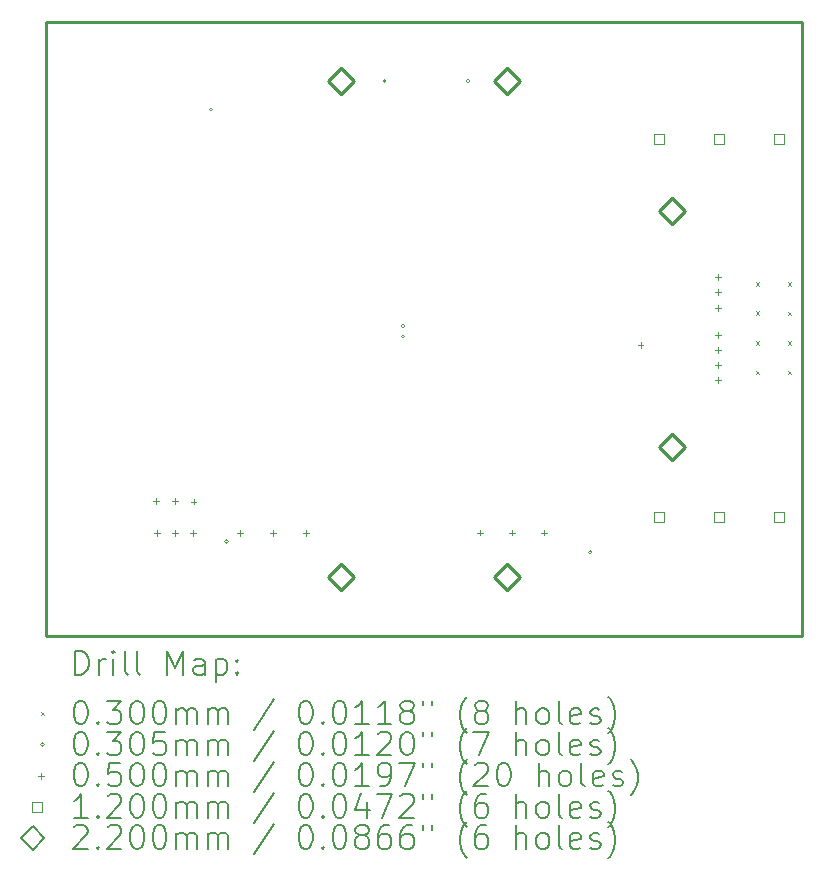
<source format=gbr>
%TF.GenerationSoftware,KiCad,Pcbnew,7.0.10-7.0.10~ubuntu22.04.1*%
%TF.CreationDate,2024-06-11T12:22:07+02:00*%
%TF.ProjectId,PQ_BotBoard,50515f42-6f74-4426-9f61-72642e6b6963,rev?*%
%TF.SameCoordinates,Original*%
%TF.FileFunction,Drillmap*%
%TF.FilePolarity,Positive*%
%FSLAX45Y45*%
G04 Gerber Fmt 4.5, Leading zero omitted, Abs format (unit mm)*
G04 Created by KiCad (PCBNEW 7.0.10-7.0.10~ubuntu22.04.1) date 2024-06-11 12:22:07*
%MOMM*%
%LPD*%
G01*
G04 APERTURE LIST*
%ADD10C,0.254000*%
%ADD11C,0.200000*%
%ADD12C,0.100000*%
%ADD13C,0.120000*%
%ADD14C,0.220000*%
G04 APERTURE END LIST*
D10*
X13400000Y-8300000D02*
X7000000Y-8300000D01*
X13400000Y-3100000D02*
X13400000Y-8300000D01*
X7000000Y-3100000D02*
X13400000Y-3100000D01*
X7000000Y-8300000D02*
X7000000Y-3100000D01*
D11*
D12*
X13010120Y-5300520D02*
X13040120Y-5330520D01*
X13040120Y-5300520D02*
X13010120Y-5330520D01*
X13010120Y-5550520D02*
X13040120Y-5580520D01*
X13040120Y-5550520D02*
X13010120Y-5580520D01*
X13010120Y-5800520D02*
X13040120Y-5830520D01*
X13040120Y-5800520D02*
X13010120Y-5830520D01*
X13010120Y-6050520D02*
X13040120Y-6080520D01*
X13040120Y-6050520D02*
X13010120Y-6080520D01*
X13279360Y-5302680D02*
X13309360Y-5332680D01*
X13309360Y-5302680D02*
X13279360Y-5332680D01*
X13279360Y-5552680D02*
X13309360Y-5582680D01*
X13309360Y-5552680D02*
X13279360Y-5582680D01*
X13279360Y-5802680D02*
X13309360Y-5832680D01*
X13309360Y-5802680D02*
X13279360Y-5832680D01*
X13279360Y-6052680D02*
X13309360Y-6082680D01*
X13309360Y-6052680D02*
X13279360Y-6082680D01*
X8412490Y-3840480D02*
G75*
G03*
X8381990Y-3840480I-15250J0D01*
G01*
X8381990Y-3840480D02*
G75*
G03*
X8412490Y-3840480I15250J0D01*
G01*
X8544570Y-7498080D02*
G75*
G03*
X8514070Y-7498080I-15250J0D01*
G01*
X8514070Y-7498080D02*
G75*
G03*
X8544570Y-7498080I15250J0D01*
G01*
X9880610Y-3599180D02*
G75*
G03*
X9850110Y-3599180I-15250J0D01*
G01*
X9850110Y-3599180D02*
G75*
G03*
X9880610Y-3599180I15250J0D01*
G01*
X10039450Y-5762800D02*
G75*
G03*
X10008950Y-5762800I-15250J0D01*
G01*
X10008950Y-5762800D02*
G75*
G03*
X10039450Y-5762800I15250J0D01*
G01*
X10039550Y-5674700D02*
G75*
G03*
X10009050Y-5674700I-15250J0D01*
G01*
X10009050Y-5674700D02*
G75*
G03*
X10039550Y-5674700I15250J0D01*
G01*
X10586730Y-3599180D02*
G75*
G03*
X10556230Y-3599180I-15250J0D01*
G01*
X10556230Y-3599180D02*
G75*
G03*
X10586730Y-3599180I15250J0D01*
G01*
X11623050Y-7589520D02*
G75*
G03*
X11592550Y-7589520I-15250J0D01*
G01*
X11592550Y-7589520D02*
G75*
G03*
X11623050Y-7589520I15250J0D01*
G01*
X7934960Y-7132720D02*
X7934960Y-7182720D01*
X7909960Y-7157720D02*
X7959960Y-7157720D01*
X7937500Y-7402720D02*
X7937500Y-7452720D01*
X7912500Y-7427720D02*
X7962500Y-7427720D01*
X8094780Y-7132720D02*
X8094780Y-7182720D01*
X8069780Y-7157720D02*
X8119780Y-7157720D01*
X8094780Y-7402720D02*
X8094780Y-7452720D01*
X8069780Y-7427720D02*
X8119780Y-7427720D01*
X8242300Y-7402720D02*
X8242300Y-7452720D01*
X8217300Y-7427720D02*
X8267300Y-7427720D01*
X8249920Y-7134560D02*
X8249920Y-7184560D01*
X8224920Y-7159560D02*
X8274920Y-7159560D01*
X8641080Y-7401960D02*
X8641080Y-7451960D01*
X8616080Y-7426960D02*
X8666080Y-7426960D01*
X8920280Y-7401960D02*
X8920280Y-7451960D01*
X8895280Y-7426960D02*
X8945280Y-7426960D01*
X9205280Y-7401960D02*
X9205280Y-7451960D01*
X9180280Y-7426960D02*
X9230280Y-7426960D01*
X10678160Y-7396880D02*
X10678160Y-7446880D01*
X10653160Y-7421880D02*
X10703160Y-7421880D01*
X10947400Y-7396880D02*
X10947400Y-7446880D01*
X10922400Y-7421880D02*
X10972400Y-7421880D01*
X11216640Y-7396880D02*
X11216640Y-7446880D01*
X11191640Y-7421880D02*
X11241640Y-7421880D01*
X12034520Y-5811920D02*
X12034520Y-5861920D01*
X12009520Y-5836920D02*
X12059520Y-5836920D01*
X12688480Y-5235500D02*
X12688480Y-5285500D01*
X12663480Y-5260500D02*
X12713480Y-5260500D01*
X12688480Y-5362680D02*
X12688480Y-5412680D01*
X12663480Y-5387680D02*
X12713480Y-5387680D01*
X12688480Y-5492680D02*
X12688480Y-5542680D01*
X12663480Y-5517680D02*
X12713480Y-5517680D01*
X12688480Y-5727368D02*
X12688480Y-5777368D01*
X12663480Y-5752368D02*
X12713480Y-5752368D01*
X12688480Y-5852383D02*
X12688480Y-5902383D01*
X12663480Y-5877383D02*
X12713480Y-5877383D01*
X12688480Y-5977200D02*
X12688480Y-6027200D01*
X12663480Y-6002200D02*
X12713480Y-6002200D01*
X12688480Y-6102680D02*
X12688480Y-6152680D01*
X12663480Y-6127680D02*
X12713480Y-6127680D01*
D13*
X12234427Y-4131827D02*
X12234427Y-4046973D01*
X12149573Y-4046973D01*
X12149573Y-4131827D01*
X12234427Y-4131827D01*
X12234427Y-7332387D02*
X12234427Y-7247533D01*
X12149573Y-7247533D01*
X12149573Y-7332387D01*
X12234427Y-7332387D01*
X12742427Y-4131827D02*
X12742427Y-4046973D01*
X12657573Y-4046973D01*
X12657573Y-4131827D01*
X12742427Y-4131827D01*
X12742427Y-7332387D02*
X12742427Y-7247533D01*
X12657573Y-7247533D01*
X12657573Y-7332387D01*
X12742427Y-7332387D01*
X13250427Y-4131827D02*
X13250427Y-4046973D01*
X13165573Y-4046973D01*
X13165573Y-4131827D01*
X13250427Y-4131827D01*
X13250427Y-7332387D02*
X13250427Y-7247533D01*
X13165573Y-7247533D01*
X13165573Y-7332387D01*
X13250427Y-7332387D01*
D14*
X9500000Y-3710000D02*
X9610000Y-3600000D01*
X9500000Y-3490000D01*
X9390000Y-3600000D01*
X9500000Y-3710000D01*
X9500000Y-7910000D02*
X9610000Y-7800000D01*
X9500000Y-7690000D01*
X9390000Y-7800000D01*
X9500000Y-7910000D01*
X10900000Y-3710000D02*
X11010000Y-3600000D01*
X10900000Y-3490000D01*
X10790000Y-3600000D01*
X10900000Y-3710000D01*
X10900000Y-7910000D02*
X11010000Y-7800000D01*
X10900000Y-7690000D01*
X10790000Y-7800000D01*
X10900000Y-7910000D01*
X12300000Y-4810000D02*
X12410000Y-4700000D01*
X12300000Y-4590000D01*
X12190000Y-4700000D01*
X12300000Y-4810000D01*
X12300000Y-6810000D02*
X12410000Y-6700000D01*
X12300000Y-6590000D01*
X12190000Y-6700000D01*
X12300000Y-6810000D01*
D11*
X7248077Y-8624184D02*
X7248077Y-8424184D01*
X7248077Y-8424184D02*
X7295696Y-8424184D01*
X7295696Y-8424184D02*
X7324267Y-8433708D01*
X7324267Y-8433708D02*
X7343315Y-8452755D01*
X7343315Y-8452755D02*
X7352839Y-8471803D01*
X7352839Y-8471803D02*
X7362362Y-8509898D01*
X7362362Y-8509898D02*
X7362362Y-8538470D01*
X7362362Y-8538470D02*
X7352839Y-8576565D01*
X7352839Y-8576565D02*
X7343315Y-8595612D01*
X7343315Y-8595612D02*
X7324267Y-8614660D01*
X7324267Y-8614660D02*
X7295696Y-8624184D01*
X7295696Y-8624184D02*
X7248077Y-8624184D01*
X7448077Y-8624184D02*
X7448077Y-8490850D01*
X7448077Y-8528946D02*
X7457601Y-8509898D01*
X7457601Y-8509898D02*
X7467124Y-8500374D01*
X7467124Y-8500374D02*
X7486172Y-8490850D01*
X7486172Y-8490850D02*
X7505220Y-8490850D01*
X7571886Y-8624184D02*
X7571886Y-8490850D01*
X7571886Y-8424184D02*
X7562362Y-8433708D01*
X7562362Y-8433708D02*
X7571886Y-8443231D01*
X7571886Y-8443231D02*
X7581410Y-8433708D01*
X7581410Y-8433708D02*
X7571886Y-8424184D01*
X7571886Y-8424184D02*
X7571886Y-8443231D01*
X7695696Y-8624184D02*
X7676648Y-8614660D01*
X7676648Y-8614660D02*
X7667124Y-8595612D01*
X7667124Y-8595612D02*
X7667124Y-8424184D01*
X7800458Y-8624184D02*
X7781410Y-8614660D01*
X7781410Y-8614660D02*
X7771886Y-8595612D01*
X7771886Y-8595612D02*
X7771886Y-8424184D01*
X8029029Y-8624184D02*
X8029029Y-8424184D01*
X8029029Y-8424184D02*
X8095696Y-8567041D01*
X8095696Y-8567041D02*
X8162362Y-8424184D01*
X8162362Y-8424184D02*
X8162362Y-8624184D01*
X8343315Y-8624184D02*
X8343315Y-8519422D01*
X8343315Y-8519422D02*
X8333791Y-8500374D01*
X8333791Y-8500374D02*
X8314743Y-8490850D01*
X8314743Y-8490850D02*
X8276648Y-8490850D01*
X8276648Y-8490850D02*
X8257601Y-8500374D01*
X8343315Y-8614660D02*
X8324267Y-8624184D01*
X8324267Y-8624184D02*
X8276648Y-8624184D01*
X8276648Y-8624184D02*
X8257601Y-8614660D01*
X8257601Y-8614660D02*
X8248077Y-8595612D01*
X8248077Y-8595612D02*
X8248077Y-8576565D01*
X8248077Y-8576565D02*
X8257601Y-8557517D01*
X8257601Y-8557517D02*
X8276648Y-8547993D01*
X8276648Y-8547993D02*
X8324267Y-8547993D01*
X8324267Y-8547993D02*
X8343315Y-8538470D01*
X8438553Y-8490850D02*
X8438553Y-8690850D01*
X8438553Y-8500374D02*
X8457601Y-8490850D01*
X8457601Y-8490850D02*
X8495696Y-8490850D01*
X8495696Y-8490850D02*
X8514744Y-8500374D01*
X8514744Y-8500374D02*
X8524267Y-8509898D01*
X8524267Y-8509898D02*
X8533791Y-8528946D01*
X8533791Y-8528946D02*
X8533791Y-8586089D01*
X8533791Y-8586089D02*
X8524267Y-8605136D01*
X8524267Y-8605136D02*
X8514744Y-8614660D01*
X8514744Y-8614660D02*
X8495696Y-8624184D01*
X8495696Y-8624184D02*
X8457601Y-8624184D01*
X8457601Y-8624184D02*
X8438553Y-8614660D01*
X8619505Y-8605136D02*
X8629029Y-8614660D01*
X8629029Y-8614660D02*
X8619505Y-8624184D01*
X8619505Y-8624184D02*
X8609982Y-8614660D01*
X8609982Y-8614660D02*
X8619505Y-8605136D01*
X8619505Y-8605136D02*
X8619505Y-8624184D01*
X8619505Y-8500374D02*
X8629029Y-8509898D01*
X8629029Y-8509898D02*
X8619505Y-8519422D01*
X8619505Y-8519422D02*
X8609982Y-8509898D01*
X8609982Y-8509898D02*
X8619505Y-8500374D01*
X8619505Y-8500374D02*
X8619505Y-8519422D01*
D12*
X6957300Y-8937700D02*
X6987300Y-8967700D01*
X6987300Y-8937700D02*
X6957300Y-8967700D01*
D11*
X7286172Y-8844184D02*
X7305220Y-8844184D01*
X7305220Y-8844184D02*
X7324267Y-8853708D01*
X7324267Y-8853708D02*
X7333791Y-8863231D01*
X7333791Y-8863231D02*
X7343315Y-8882279D01*
X7343315Y-8882279D02*
X7352839Y-8920374D01*
X7352839Y-8920374D02*
X7352839Y-8967993D01*
X7352839Y-8967993D02*
X7343315Y-9006089D01*
X7343315Y-9006089D02*
X7333791Y-9025136D01*
X7333791Y-9025136D02*
X7324267Y-9034660D01*
X7324267Y-9034660D02*
X7305220Y-9044184D01*
X7305220Y-9044184D02*
X7286172Y-9044184D01*
X7286172Y-9044184D02*
X7267124Y-9034660D01*
X7267124Y-9034660D02*
X7257601Y-9025136D01*
X7257601Y-9025136D02*
X7248077Y-9006089D01*
X7248077Y-9006089D02*
X7238553Y-8967993D01*
X7238553Y-8967993D02*
X7238553Y-8920374D01*
X7238553Y-8920374D02*
X7248077Y-8882279D01*
X7248077Y-8882279D02*
X7257601Y-8863231D01*
X7257601Y-8863231D02*
X7267124Y-8853708D01*
X7267124Y-8853708D02*
X7286172Y-8844184D01*
X7438553Y-9025136D02*
X7448077Y-9034660D01*
X7448077Y-9034660D02*
X7438553Y-9044184D01*
X7438553Y-9044184D02*
X7429029Y-9034660D01*
X7429029Y-9034660D02*
X7438553Y-9025136D01*
X7438553Y-9025136D02*
X7438553Y-9044184D01*
X7514743Y-8844184D02*
X7638553Y-8844184D01*
X7638553Y-8844184D02*
X7571886Y-8920374D01*
X7571886Y-8920374D02*
X7600458Y-8920374D01*
X7600458Y-8920374D02*
X7619505Y-8929898D01*
X7619505Y-8929898D02*
X7629029Y-8939422D01*
X7629029Y-8939422D02*
X7638553Y-8958470D01*
X7638553Y-8958470D02*
X7638553Y-9006089D01*
X7638553Y-9006089D02*
X7629029Y-9025136D01*
X7629029Y-9025136D02*
X7619505Y-9034660D01*
X7619505Y-9034660D02*
X7600458Y-9044184D01*
X7600458Y-9044184D02*
X7543315Y-9044184D01*
X7543315Y-9044184D02*
X7524267Y-9034660D01*
X7524267Y-9034660D02*
X7514743Y-9025136D01*
X7762362Y-8844184D02*
X7781410Y-8844184D01*
X7781410Y-8844184D02*
X7800458Y-8853708D01*
X7800458Y-8853708D02*
X7809982Y-8863231D01*
X7809982Y-8863231D02*
X7819505Y-8882279D01*
X7819505Y-8882279D02*
X7829029Y-8920374D01*
X7829029Y-8920374D02*
X7829029Y-8967993D01*
X7829029Y-8967993D02*
X7819505Y-9006089D01*
X7819505Y-9006089D02*
X7809982Y-9025136D01*
X7809982Y-9025136D02*
X7800458Y-9034660D01*
X7800458Y-9034660D02*
X7781410Y-9044184D01*
X7781410Y-9044184D02*
X7762362Y-9044184D01*
X7762362Y-9044184D02*
X7743315Y-9034660D01*
X7743315Y-9034660D02*
X7733791Y-9025136D01*
X7733791Y-9025136D02*
X7724267Y-9006089D01*
X7724267Y-9006089D02*
X7714743Y-8967993D01*
X7714743Y-8967993D02*
X7714743Y-8920374D01*
X7714743Y-8920374D02*
X7724267Y-8882279D01*
X7724267Y-8882279D02*
X7733791Y-8863231D01*
X7733791Y-8863231D02*
X7743315Y-8853708D01*
X7743315Y-8853708D02*
X7762362Y-8844184D01*
X7952839Y-8844184D02*
X7971886Y-8844184D01*
X7971886Y-8844184D02*
X7990934Y-8853708D01*
X7990934Y-8853708D02*
X8000458Y-8863231D01*
X8000458Y-8863231D02*
X8009982Y-8882279D01*
X8009982Y-8882279D02*
X8019505Y-8920374D01*
X8019505Y-8920374D02*
X8019505Y-8967993D01*
X8019505Y-8967993D02*
X8009982Y-9006089D01*
X8009982Y-9006089D02*
X8000458Y-9025136D01*
X8000458Y-9025136D02*
X7990934Y-9034660D01*
X7990934Y-9034660D02*
X7971886Y-9044184D01*
X7971886Y-9044184D02*
X7952839Y-9044184D01*
X7952839Y-9044184D02*
X7933791Y-9034660D01*
X7933791Y-9034660D02*
X7924267Y-9025136D01*
X7924267Y-9025136D02*
X7914743Y-9006089D01*
X7914743Y-9006089D02*
X7905220Y-8967993D01*
X7905220Y-8967993D02*
X7905220Y-8920374D01*
X7905220Y-8920374D02*
X7914743Y-8882279D01*
X7914743Y-8882279D02*
X7924267Y-8863231D01*
X7924267Y-8863231D02*
X7933791Y-8853708D01*
X7933791Y-8853708D02*
X7952839Y-8844184D01*
X8105220Y-9044184D02*
X8105220Y-8910850D01*
X8105220Y-8929898D02*
X8114743Y-8920374D01*
X8114743Y-8920374D02*
X8133791Y-8910850D01*
X8133791Y-8910850D02*
X8162363Y-8910850D01*
X8162363Y-8910850D02*
X8181410Y-8920374D01*
X8181410Y-8920374D02*
X8190934Y-8939422D01*
X8190934Y-8939422D02*
X8190934Y-9044184D01*
X8190934Y-8939422D02*
X8200458Y-8920374D01*
X8200458Y-8920374D02*
X8219505Y-8910850D01*
X8219505Y-8910850D02*
X8248077Y-8910850D01*
X8248077Y-8910850D02*
X8267124Y-8920374D01*
X8267124Y-8920374D02*
X8276648Y-8939422D01*
X8276648Y-8939422D02*
X8276648Y-9044184D01*
X8371886Y-9044184D02*
X8371886Y-8910850D01*
X8371886Y-8929898D02*
X8381410Y-8920374D01*
X8381410Y-8920374D02*
X8400458Y-8910850D01*
X8400458Y-8910850D02*
X8429029Y-8910850D01*
X8429029Y-8910850D02*
X8448077Y-8920374D01*
X8448077Y-8920374D02*
X8457601Y-8939422D01*
X8457601Y-8939422D02*
X8457601Y-9044184D01*
X8457601Y-8939422D02*
X8467125Y-8920374D01*
X8467125Y-8920374D02*
X8486172Y-8910850D01*
X8486172Y-8910850D02*
X8514744Y-8910850D01*
X8514744Y-8910850D02*
X8533791Y-8920374D01*
X8533791Y-8920374D02*
X8543315Y-8939422D01*
X8543315Y-8939422D02*
X8543315Y-9044184D01*
X8933791Y-8834660D02*
X8762363Y-9091803D01*
X9190934Y-8844184D02*
X9209982Y-8844184D01*
X9209982Y-8844184D02*
X9229029Y-8853708D01*
X9229029Y-8853708D02*
X9238553Y-8863231D01*
X9238553Y-8863231D02*
X9248077Y-8882279D01*
X9248077Y-8882279D02*
X9257601Y-8920374D01*
X9257601Y-8920374D02*
X9257601Y-8967993D01*
X9257601Y-8967993D02*
X9248077Y-9006089D01*
X9248077Y-9006089D02*
X9238553Y-9025136D01*
X9238553Y-9025136D02*
X9229029Y-9034660D01*
X9229029Y-9034660D02*
X9209982Y-9044184D01*
X9209982Y-9044184D02*
X9190934Y-9044184D01*
X9190934Y-9044184D02*
X9171887Y-9034660D01*
X9171887Y-9034660D02*
X9162363Y-9025136D01*
X9162363Y-9025136D02*
X9152839Y-9006089D01*
X9152839Y-9006089D02*
X9143315Y-8967993D01*
X9143315Y-8967993D02*
X9143315Y-8920374D01*
X9143315Y-8920374D02*
X9152839Y-8882279D01*
X9152839Y-8882279D02*
X9162363Y-8863231D01*
X9162363Y-8863231D02*
X9171887Y-8853708D01*
X9171887Y-8853708D02*
X9190934Y-8844184D01*
X9343315Y-9025136D02*
X9352839Y-9034660D01*
X9352839Y-9034660D02*
X9343315Y-9044184D01*
X9343315Y-9044184D02*
X9333791Y-9034660D01*
X9333791Y-9034660D02*
X9343315Y-9025136D01*
X9343315Y-9025136D02*
X9343315Y-9044184D01*
X9476648Y-8844184D02*
X9495696Y-8844184D01*
X9495696Y-8844184D02*
X9514744Y-8853708D01*
X9514744Y-8853708D02*
X9524268Y-8863231D01*
X9524268Y-8863231D02*
X9533791Y-8882279D01*
X9533791Y-8882279D02*
X9543315Y-8920374D01*
X9543315Y-8920374D02*
X9543315Y-8967993D01*
X9543315Y-8967993D02*
X9533791Y-9006089D01*
X9533791Y-9006089D02*
X9524268Y-9025136D01*
X9524268Y-9025136D02*
X9514744Y-9034660D01*
X9514744Y-9034660D02*
X9495696Y-9044184D01*
X9495696Y-9044184D02*
X9476648Y-9044184D01*
X9476648Y-9044184D02*
X9457601Y-9034660D01*
X9457601Y-9034660D02*
X9448077Y-9025136D01*
X9448077Y-9025136D02*
X9438553Y-9006089D01*
X9438553Y-9006089D02*
X9429029Y-8967993D01*
X9429029Y-8967993D02*
X9429029Y-8920374D01*
X9429029Y-8920374D02*
X9438553Y-8882279D01*
X9438553Y-8882279D02*
X9448077Y-8863231D01*
X9448077Y-8863231D02*
X9457601Y-8853708D01*
X9457601Y-8853708D02*
X9476648Y-8844184D01*
X9733791Y-9044184D02*
X9619506Y-9044184D01*
X9676648Y-9044184D02*
X9676648Y-8844184D01*
X9676648Y-8844184D02*
X9657601Y-8872755D01*
X9657601Y-8872755D02*
X9638553Y-8891803D01*
X9638553Y-8891803D02*
X9619506Y-8901327D01*
X9924268Y-9044184D02*
X9809982Y-9044184D01*
X9867125Y-9044184D02*
X9867125Y-8844184D01*
X9867125Y-8844184D02*
X9848077Y-8872755D01*
X9848077Y-8872755D02*
X9829029Y-8891803D01*
X9829029Y-8891803D02*
X9809982Y-8901327D01*
X10038553Y-8929898D02*
X10019506Y-8920374D01*
X10019506Y-8920374D02*
X10009982Y-8910850D01*
X10009982Y-8910850D02*
X10000458Y-8891803D01*
X10000458Y-8891803D02*
X10000458Y-8882279D01*
X10000458Y-8882279D02*
X10009982Y-8863231D01*
X10009982Y-8863231D02*
X10019506Y-8853708D01*
X10019506Y-8853708D02*
X10038553Y-8844184D01*
X10038553Y-8844184D02*
X10076649Y-8844184D01*
X10076649Y-8844184D02*
X10095696Y-8853708D01*
X10095696Y-8853708D02*
X10105220Y-8863231D01*
X10105220Y-8863231D02*
X10114744Y-8882279D01*
X10114744Y-8882279D02*
X10114744Y-8891803D01*
X10114744Y-8891803D02*
X10105220Y-8910850D01*
X10105220Y-8910850D02*
X10095696Y-8920374D01*
X10095696Y-8920374D02*
X10076649Y-8929898D01*
X10076649Y-8929898D02*
X10038553Y-8929898D01*
X10038553Y-8929898D02*
X10019506Y-8939422D01*
X10019506Y-8939422D02*
X10009982Y-8948946D01*
X10009982Y-8948946D02*
X10000458Y-8967993D01*
X10000458Y-8967993D02*
X10000458Y-9006089D01*
X10000458Y-9006089D02*
X10009982Y-9025136D01*
X10009982Y-9025136D02*
X10019506Y-9034660D01*
X10019506Y-9034660D02*
X10038553Y-9044184D01*
X10038553Y-9044184D02*
X10076649Y-9044184D01*
X10076649Y-9044184D02*
X10095696Y-9034660D01*
X10095696Y-9034660D02*
X10105220Y-9025136D01*
X10105220Y-9025136D02*
X10114744Y-9006089D01*
X10114744Y-9006089D02*
X10114744Y-8967993D01*
X10114744Y-8967993D02*
X10105220Y-8948946D01*
X10105220Y-8948946D02*
X10095696Y-8939422D01*
X10095696Y-8939422D02*
X10076649Y-8929898D01*
X10190934Y-8844184D02*
X10190934Y-8882279D01*
X10267125Y-8844184D02*
X10267125Y-8882279D01*
X10562363Y-9120374D02*
X10552839Y-9110850D01*
X10552839Y-9110850D02*
X10533791Y-9082279D01*
X10533791Y-9082279D02*
X10524268Y-9063231D01*
X10524268Y-9063231D02*
X10514744Y-9034660D01*
X10514744Y-9034660D02*
X10505220Y-8987041D01*
X10505220Y-8987041D02*
X10505220Y-8948946D01*
X10505220Y-8948946D02*
X10514744Y-8901327D01*
X10514744Y-8901327D02*
X10524268Y-8872755D01*
X10524268Y-8872755D02*
X10533791Y-8853708D01*
X10533791Y-8853708D02*
X10552839Y-8825136D01*
X10552839Y-8825136D02*
X10562363Y-8815612D01*
X10667125Y-8929898D02*
X10648077Y-8920374D01*
X10648077Y-8920374D02*
X10638553Y-8910850D01*
X10638553Y-8910850D02*
X10629030Y-8891803D01*
X10629030Y-8891803D02*
X10629030Y-8882279D01*
X10629030Y-8882279D02*
X10638553Y-8863231D01*
X10638553Y-8863231D02*
X10648077Y-8853708D01*
X10648077Y-8853708D02*
X10667125Y-8844184D01*
X10667125Y-8844184D02*
X10705220Y-8844184D01*
X10705220Y-8844184D02*
X10724268Y-8853708D01*
X10724268Y-8853708D02*
X10733791Y-8863231D01*
X10733791Y-8863231D02*
X10743315Y-8882279D01*
X10743315Y-8882279D02*
X10743315Y-8891803D01*
X10743315Y-8891803D02*
X10733791Y-8910850D01*
X10733791Y-8910850D02*
X10724268Y-8920374D01*
X10724268Y-8920374D02*
X10705220Y-8929898D01*
X10705220Y-8929898D02*
X10667125Y-8929898D01*
X10667125Y-8929898D02*
X10648077Y-8939422D01*
X10648077Y-8939422D02*
X10638553Y-8948946D01*
X10638553Y-8948946D02*
X10629030Y-8967993D01*
X10629030Y-8967993D02*
X10629030Y-9006089D01*
X10629030Y-9006089D02*
X10638553Y-9025136D01*
X10638553Y-9025136D02*
X10648077Y-9034660D01*
X10648077Y-9034660D02*
X10667125Y-9044184D01*
X10667125Y-9044184D02*
X10705220Y-9044184D01*
X10705220Y-9044184D02*
X10724268Y-9034660D01*
X10724268Y-9034660D02*
X10733791Y-9025136D01*
X10733791Y-9025136D02*
X10743315Y-9006089D01*
X10743315Y-9006089D02*
X10743315Y-8967993D01*
X10743315Y-8967993D02*
X10733791Y-8948946D01*
X10733791Y-8948946D02*
X10724268Y-8939422D01*
X10724268Y-8939422D02*
X10705220Y-8929898D01*
X10981411Y-9044184D02*
X10981411Y-8844184D01*
X11067125Y-9044184D02*
X11067125Y-8939422D01*
X11067125Y-8939422D02*
X11057601Y-8920374D01*
X11057601Y-8920374D02*
X11038553Y-8910850D01*
X11038553Y-8910850D02*
X11009982Y-8910850D01*
X11009982Y-8910850D02*
X10990934Y-8920374D01*
X10990934Y-8920374D02*
X10981411Y-8929898D01*
X11190934Y-9044184D02*
X11171887Y-9034660D01*
X11171887Y-9034660D02*
X11162363Y-9025136D01*
X11162363Y-9025136D02*
X11152839Y-9006089D01*
X11152839Y-9006089D02*
X11152839Y-8948946D01*
X11152839Y-8948946D02*
X11162363Y-8929898D01*
X11162363Y-8929898D02*
X11171887Y-8920374D01*
X11171887Y-8920374D02*
X11190934Y-8910850D01*
X11190934Y-8910850D02*
X11219506Y-8910850D01*
X11219506Y-8910850D02*
X11238553Y-8920374D01*
X11238553Y-8920374D02*
X11248077Y-8929898D01*
X11248077Y-8929898D02*
X11257601Y-8948946D01*
X11257601Y-8948946D02*
X11257601Y-9006089D01*
X11257601Y-9006089D02*
X11248077Y-9025136D01*
X11248077Y-9025136D02*
X11238553Y-9034660D01*
X11238553Y-9034660D02*
X11219506Y-9044184D01*
X11219506Y-9044184D02*
X11190934Y-9044184D01*
X11371887Y-9044184D02*
X11352839Y-9034660D01*
X11352839Y-9034660D02*
X11343315Y-9015612D01*
X11343315Y-9015612D02*
X11343315Y-8844184D01*
X11524268Y-9034660D02*
X11505220Y-9044184D01*
X11505220Y-9044184D02*
X11467125Y-9044184D01*
X11467125Y-9044184D02*
X11448077Y-9034660D01*
X11448077Y-9034660D02*
X11438553Y-9015612D01*
X11438553Y-9015612D02*
X11438553Y-8939422D01*
X11438553Y-8939422D02*
X11448077Y-8920374D01*
X11448077Y-8920374D02*
X11467125Y-8910850D01*
X11467125Y-8910850D02*
X11505220Y-8910850D01*
X11505220Y-8910850D02*
X11524268Y-8920374D01*
X11524268Y-8920374D02*
X11533791Y-8939422D01*
X11533791Y-8939422D02*
X11533791Y-8958470D01*
X11533791Y-8958470D02*
X11438553Y-8977517D01*
X11609982Y-9034660D02*
X11629030Y-9044184D01*
X11629030Y-9044184D02*
X11667125Y-9044184D01*
X11667125Y-9044184D02*
X11686172Y-9034660D01*
X11686172Y-9034660D02*
X11695696Y-9015612D01*
X11695696Y-9015612D02*
X11695696Y-9006089D01*
X11695696Y-9006089D02*
X11686172Y-8987041D01*
X11686172Y-8987041D02*
X11667125Y-8977517D01*
X11667125Y-8977517D02*
X11638553Y-8977517D01*
X11638553Y-8977517D02*
X11619506Y-8967993D01*
X11619506Y-8967993D02*
X11609982Y-8948946D01*
X11609982Y-8948946D02*
X11609982Y-8939422D01*
X11609982Y-8939422D02*
X11619506Y-8920374D01*
X11619506Y-8920374D02*
X11638553Y-8910850D01*
X11638553Y-8910850D02*
X11667125Y-8910850D01*
X11667125Y-8910850D02*
X11686172Y-8920374D01*
X11762363Y-9120374D02*
X11771887Y-9110850D01*
X11771887Y-9110850D02*
X11790934Y-9082279D01*
X11790934Y-9082279D02*
X11800458Y-9063231D01*
X11800458Y-9063231D02*
X11809982Y-9034660D01*
X11809982Y-9034660D02*
X11819506Y-8987041D01*
X11819506Y-8987041D02*
X11819506Y-8948946D01*
X11819506Y-8948946D02*
X11809982Y-8901327D01*
X11809982Y-8901327D02*
X11800458Y-8872755D01*
X11800458Y-8872755D02*
X11790934Y-8853708D01*
X11790934Y-8853708D02*
X11771887Y-8825136D01*
X11771887Y-8825136D02*
X11762363Y-8815612D01*
D12*
X6987300Y-9216700D02*
G75*
G03*
X6956800Y-9216700I-15250J0D01*
G01*
X6956800Y-9216700D02*
G75*
G03*
X6987300Y-9216700I15250J0D01*
G01*
D11*
X7286172Y-9108184D02*
X7305220Y-9108184D01*
X7305220Y-9108184D02*
X7324267Y-9117708D01*
X7324267Y-9117708D02*
X7333791Y-9127231D01*
X7333791Y-9127231D02*
X7343315Y-9146279D01*
X7343315Y-9146279D02*
X7352839Y-9184374D01*
X7352839Y-9184374D02*
X7352839Y-9231993D01*
X7352839Y-9231993D02*
X7343315Y-9270089D01*
X7343315Y-9270089D02*
X7333791Y-9289136D01*
X7333791Y-9289136D02*
X7324267Y-9298660D01*
X7324267Y-9298660D02*
X7305220Y-9308184D01*
X7305220Y-9308184D02*
X7286172Y-9308184D01*
X7286172Y-9308184D02*
X7267124Y-9298660D01*
X7267124Y-9298660D02*
X7257601Y-9289136D01*
X7257601Y-9289136D02*
X7248077Y-9270089D01*
X7248077Y-9270089D02*
X7238553Y-9231993D01*
X7238553Y-9231993D02*
X7238553Y-9184374D01*
X7238553Y-9184374D02*
X7248077Y-9146279D01*
X7248077Y-9146279D02*
X7257601Y-9127231D01*
X7257601Y-9127231D02*
X7267124Y-9117708D01*
X7267124Y-9117708D02*
X7286172Y-9108184D01*
X7438553Y-9289136D02*
X7448077Y-9298660D01*
X7448077Y-9298660D02*
X7438553Y-9308184D01*
X7438553Y-9308184D02*
X7429029Y-9298660D01*
X7429029Y-9298660D02*
X7438553Y-9289136D01*
X7438553Y-9289136D02*
X7438553Y-9308184D01*
X7514743Y-9108184D02*
X7638553Y-9108184D01*
X7638553Y-9108184D02*
X7571886Y-9184374D01*
X7571886Y-9184374D02*
X7600458Y-9184374D01*
X7600458Y-9184374D02*
X7619505Y-9193898D01*
X7619505Y-9193898D02*
X7629029Y-9203422D01*
X7629029Y-9203422D02*
X7638553Y-9222470D01*
X7638553Y-9222470D02*
X7638553Y-9270089D01*
X7638553Y-9270089D02*
X7629029Y-9289136D01*
X7629029Y-9289136D02*
X7619505Y-9298660D01*
X7619505Y-9298660D02*
X7600458Y-9308184D01*
X7600458Y-9308184D02*
X7543315Y-9308184D01*
X7543315Y-9308184D02*
X7524267Y-9298660D01*
X7524267Y-9298660D02*
X7514743Y-9289136D01*
X7762362Y-9108184D02*
X7781410Y-9108184D01*
X7781410Y-9108184D02*
X7800458Y-9117708D01*
X7800458Y-9117708D02*
X7809982Y-9127231D01*
X7809982Y-9127231D02*
X7819505Y-9146279D01*
X7819505Y-9146279D02*
X7829029Y-9184374D01*
X7829029Y-9184374D02*
X7829029Y-9231993D01*
X7829029Y-9231993D02*
X7819505Y-9270089D01*
X7819505Y-9270089D02*
X7809982Y-9289136D01*
X7809982Y-9289136D02*
X7800458Y-9298660D01*
X7800458Y-9298660D02*
X7781410Y-9308184D01*
X7781410Y-9308184D02*
X7762362Y-9308184D01*
X7762362Y-9308184D02*
X7743315Y-9298660D01*
X7743315Y-9298660D02*
X7733791Y-9289136D01*
X7733791Y-9289136D02*
X7724267Y-9270089D01*
X7724267Y-9270089D02*
X7714743Y-9231993D01*
X7714743Y-9231993D02*
X7714743Y-9184374D01*
X7714743Y-9184374D02*
X7724267Y-9146279D01*
X7724267Y-9146279D02*
X7733791Y-9127231D01*
X7733791Y-9127231D02*
X7743315Y-9117708D01*
X7743315Y-9117708D02*
X7762362Y-9108184D01*
X8009982Y-9108184D02*
X7914743Y-9108184D01*
X7914743Y-9108184D02*
X7905220Y-9203422D01*
X7905220Y-9203422D02*
X7914743Y-9193898D01*
X7914743Y-9193898D02*
X7933791Y-9184374D01*
X7933791Y-9184374D02*
X7981410Y-9184374D01*
X7981410Y-9184374D02*
X8000458Y-9193898D01*
X8000458Y-9193898D02*
X8009982Y-9203422D01*
X8009982Y-9203422D02*
X8019505Y-9222470D01*
X8019505Y-9222470D02*
X8019505Y-9270089D01*
X8019505Y-9270089D02*
X8009982Y-9289136D01*
X8009982Y-9289136D02*
X8000458Y-9298660D01*
X8000458Y-9298660D02*
X7981410Y-9308184D01*
X7981410Y-9308184D02*
X7933791Y-9308184D01*
X7933791Y-9308184D02*
X7914743Y-9298660D01*
X7914743Y-9298660D02*
X7905220Y-9289136D01*
X8105220Y-9308184D02*
X8105220Y-9174850D01*
X8105220Y-9193898D02*
X8114743Y-9184374D01*
X8114743Y-9184374D02*
X8133791Y-9174850D01*
X8133791Y-9174850D02*
X8162363Y-9174850D01*
X8162363Y-9174850D02*
X8181410Y-9184374D01*
X8181410Y-9184374D02*
X8190934Y-9203422D01*
X8190934Y-9203422D02*
X8190934Y-9308184D01*
X8190934Y-9203422D02*
X8200458Y-9184374D01*
X8200458Y-9184374D02*
X8219505Y-9174850D01*
X8219505Y-9174850D02*
X8248077Y-9174850D01*
X8248077Y-9174850D02*
X8267124Y-9184374D01*
X8267124Y-9184374D02*
X8276648Y-9203422D01*
X8276648Y-9203422D02*
X8276648Y-9308184D01*
X8371886Y-9308184D02*
X8371886Y-9174850D01*
X8371886Y-9193898D02*
X8381410Y-9184374D01*
X8381410Y-9184374D02*
X8400458Y-9174850D01*
X8400458Y-9174850D02*
X8429029Y-9174850D01*
X8429029Y-9174850D02*
X8448077Y-9184374D01*
X8448077Y-9184374D02*
X8457601Y-9203422D01*
X8457601Y-9203422D02*
X8457601Y-9308184D01*
X8457601Y-9203422D02*
X8467125Y-9184374D01*
X8467125Y-9184374D02*
X8486172Y-9174850D01*
X8486172Y-9174850D02*
X8514744Y-9174850D01*
X8514744Y-9174850D02*
X8533791Y-9184374D01*
X8533791Y-9184374D02*
X8543315Y-9203422D01*
X8543315Y-9203422D02*
X8543315Y-9308184D01*
X8933791Y-9098660D02*
X8762363Y-9355803D01*
X9190934Y-9108184D02*
X9209982Y-9108184D01*
X9209982Y-9108184D02*
X9229029Y-9117708D01*
X9229029Y-9117708D02*
X9238553Y-9127231D01*
X9238553Y-9127231D02*
X9248077Y-9146279D01*
X9248077Y-9146279D02*
X9257601Y-9184374D01*
X9257601Y-9184374D02*
X9257601Y-9231993D01*
X9257601Y-9231993D02*
X9248077Y-9270089D01*
X9248077Y-9270089D02*
X9238553Y-9289136D01*
X9238553Y-9289136D02*
X9229029Y-9298660D01*
X9229029Y-9298660D02*
X9209982Y-9308184D01*
X9209982Y-9308184D02*
X9190934Y-9308184D01*
X9190934Y-9308184D02*
X9171887Y-9298660D01*
X9171887Y-9298660D02*
X9162363Y-9289136D01*
X9162363Y-9289136D02*
X9152839Y-9270089D01*
X9152839Y-9270089D02*
X9143315Y-9231993D01*
X9143315Y-9231993D02*
X9143315Y-9184374D01*
X9143315Y-9184374D02*
X9152839Y-9146279D01*
X9152839Y-9146279D02*
X9162363Y-9127231D01*
X9162363Y-9127231D02*
X9171887Y-9117708D01*
X9171887Y-9117708D02*
X9190934Y-9108184D01*
X9343315Y-9289136D02*
X9352839Y-9298660D01*
X9352839Y-9298660D02*
X9343315Y-9308184D01*
X9343315Y-9308184D02*
X9333791Y-9298660D01*
X9333791Y-9298660D02*
X9343315Y-9289136D01*
X9343315Y-9289136D02*
X9343315Y-9308184D01*
X9476648Y-9108184D02*
X9495696Y-9108184D01*
X9495696Y-9108184D02*
X9514744Y-9117708D01*
X9514744Y-9117708D02*
X9524268Y-9127231D01*
X9524268Y-9127231D02*
X9533791Y-9146279D01*
X9533791Y-9146279D02*
X9543315Y-9184374D01*
X9543315Y-9184374D02*
X9543315Y-9231993D01*
X9543315Y-9231993D02*
X9533791Y-9270089D01*
X9533791Y-9270089D02*
X9524268Y-9289136D01*
X9524268Y-9289136D02*
X9514744Y-9298660D01*
X9514744Y-9298660D02*
X9495696Y-9308184D01*
X9495696Y-9308184D02*
X9476648Y-9308184D01*
X9476648Y-9308184D02*
X9457601Y-9298660D01*
X9457601Y-9298660D02*
X9448077Y-9289136D01*
X9448077Y-9289136D02*
X9438553Y-9270089D01*
X9438553Y-9270089D02*
X9429029Y-9231993D01*
X9429029Y-9231993D02*
X9429029Y-9184374D01*
X9429029Y-9184374D02*
X9438553Y-9146279D01*
X9438553Y-9146279D02*
X9448077Y-9127231D01*
X9448077Y-9127231D02*
X9457601Y-9117708D01*
X9457601Y-9117708D02*
X9476648Y-9108184D01*
X9733791Y-9308184D02*
X9619506Y-9308184D01*
X9676648Y-9308184D02*
X9676648Y-9108184D01*
X9676648Y-9108184D02*
X9657601Y-9136755D01*
X9657601Y-9136755D02*
X9638553Y-9155803D01*
X9638553Y-9155803D02*
X9619506Y-9165327D01*
X9809982Y-9127231D02*
X9819506Y-9117708D01*
X9819506Y-9117708D02*
X9838553Y-9108184D01*
X9838553Y-9108184D02*
X9886172Y-9108184D01*
X9886172Y-9108184D02*
X9905220Y-9117708D01*
X9905220Y-9117708D02*
X9914744Y-9127231D01*
X9914744Y-9127231D02*
X9924268Y-9146279D01*
X9924268Y-9146279D02*
X9924268Y-9165327D01*
X9924268Y-9165327D02*
X9914744Y-9193898D01*
X9914744Y-9193898D02*
X9800458Y-9308184D01*
X9800458Y-9308184D02*
X9924268Y-9308184D01*
X10048077Y-9108184D02*
X10067125Y-9108184D01*
X10067125Y-9108184D02*
X10086172Y-9117708D01*
X10086172Y-9117708D02*
X10095696Y-9127231D01*
X10095696Y-9127231D02*
X10105220Y-9146279D01*
X10105220Y-9146279D02*
X10114744Y-9184374D01*
X10114744Y-9184374D02*
X10114744Y-9231993D01*
X10114744Y-9231993D02*
X10105220Y-9270089D01*
X10105220Y-9270089D02*
X10095696Y-9289136D01*
X10095696Y-9289136D02*
X10086172Y-9298660D01*
X10086172Y-9298660D02*
X10067125Y-9308184D01*
X10067125Y-9308184D02*
X10048077Y-9308184D01*
X10048077Y-9308184D02*
X10029029Y-9298660D01*
X10029029Y-9298660D02*
X10019506Y-9289136D01*
X10019506Y-9289136D02*
X10009982Y-9270089D01*
X10009982Y-9270089D02*
X10000458Y-9231993D01*
X10000458Y-9231993D02*
X10000458Y-9184374D01*
X10000458Y-9184374D02*
X10009982Y-9146279D01*
X10009982Y-9146279D02*
X10019506Y-9127231D01*
X10019506Y-9127231D02*
X10029029Y-9117708D01*
X10029029Y-9117708D02*
X10048077Y-9108184D01*
X10190934Y-9108184D02*
X10190934Y-9146279D01*
X10267125Y-9108184D02*
X10267125Y-9146279D01*
X10562363Y-9384374D02*
X10552839Y-9374850D01*
X10552839Y-9374850D02*
X10533791Y-9346279D01*
X10533791Y-9346279D02*
X10524268Y-9327231D01*
X10524268Y-9327231D02*
X10514744Y-9298660D01*
X10514744Y-9298660D02*
X10505220Y-9251041D01*
X10505220Y-9251041D02*
X10505220Y-9212946D01*
X10505220Y-9212946D02*
X10514744Y-9165327D01*
X10514744Y-9165327D02*
X10524268Y-9136755D01*
X10524268Y-9136755D02*
X10533791Y-9117708D01*
X10533791Y-9117708D02*
X10552839Y-9089136D01*
X10552839Y-9089136D02*
X10562363Y-9079612D01*
X10619506Y-9108184D02*
X10752839Y-9108184D01*
X10752839Y-9108184D02*
X10667125Y-9308184D01*
X10981411Y-9308184D02*
X10981411Y-9108184D01*
X11067125Y-9308184D02*
X11067125Y-9203422D01*
X11067125Y-9203422D02*
X11057601Y-9184374D01*
X11057601Y-9184374D02*
X11038553Y-9174850D01*
X11038553Y-9174850D02*
X11009982Y-9174850D01*
X11009982Y-9174850D02*
X10990934Y-9184374D01*
X10990934Y-9184374D02*
X10981411Y-9193898D01*
X11190934Y-9308184D02*
X11171887Y-9298660D01*
X11171887Y-9298660D02*
X11162363Y-9289136D01*
X11162363Y-9289136D02*
X11152839Y-9270089D01*
X11152839Y-9270089D02*
X11152839Y-9212946D01*
X11152839Y-9212946D02*
X11162363Y-9193898D01*
X11162363Y-9193898D02*
X11171887Y-9184374D01*
X11171887Y-9184374D02*
X11190934Y-9174850D01*
X11190934Y-9174850D02*
X11219506Y-9174850D01*
X11219506Y-9174850D02*
X11238553Y-9184374D01*
X11238553Y-9184374D02*
X11248077Y-9193898D01*
X11248077Y-9193898D02*
X11257601Y-9212946D01*
X11257601Y-9212946D02*
X11257601Y-9270089D01*
X11257601Y-9270089D02*
X11248077Y-9289136D01*
X11248077Y-9289136D02*
X11238553Y-9298660D01*
X11238553Y-9298660D02*
X11219506Y-9308184D01*
X11219506Y-9308184D02*
X11190934Y-9308184D01*
X11371887Y-9308184D02*
X11352839Y-9298660D01*
X11352839Y-9298660D02*
X11343315Y-9279612D01*
X11343315Y-9279612D02*
X11343315Y-9108184D01*
X11524268Y-9298660D02*
X11505220Y-9308184D01*
X11505220Y-9308184D02*
X11467125Y-9308184D01*
X11467125Y-9308184D02*
X11448077Y-9298660D01*
X11448077Y-9298660D02*
X11438553Y-9279612D01*
X11438553Y-9279612D02*
X11438553Y-9203422D01*
X11438553Y-9203422D02*
X11448077Y-9184374D01*
X11448077Y-9184374D02*
X11467125Y-9174850D01*
X11467125Y-9174850D02*
X11505220Y-9174850D01*
X11505220Y-9174850D02*
X11524268Y-9184374D01*
X11524268Y-9184374D02*
X11533791Y-9203422D01*
X11533791Y-9203422D02*
X11533791Y-9222470D01*
X11533791Y-9222470D02*
X11438553Y-9241517D01*
X11609982Y-9298660D02*
X11629030Y-9308184D01*
X11629030Y-9308184D02*
X11667125Y-9308184D01*
X11667125Y-9308184D02*
X11686172Y-9298660D01*
X11686172Y-9298660D02*
X11695696Y-9279612D01*
X11695696Y-9279612D02*
X11695696Y-9270089D01*
X11695696Y-9270089D02*
X11686172Y-9251041D01*
X11686172Y-9251041D02*
X11667125Y-9241517D01*
X11667125Y-9241517D02*
X11638553Y-9241517D01*
X11638553Y-9241517D02*
X11619506Y-9231993D01*
X11619506Y-9231993D02*
X11609982Y-9212946D01*
X11609982Y-9212946D02*
X11609982Y-9203422D01*
X11609982Y-9203422D02*
X11619506Y-9184374D01*
X11619506Y-9184374D02*
X11638553Y-9174850D01*
X11638553Y-9174850D02*
X11667125Y-9174850D01*
X11667125Y-9174850D02*
X11686172Y-9184374D01*
X11762363Y-9384374D02*
X11771887Y-9374850D01*
X11771887Y-9374850D02*
X11790934Y-9346279D01*
X11790934Y-9346279D02*
X11800458Y-9327231D01*
X11800458Y-9327231D02*
X11809982Y-9298660D01*
X11809982Y-9298660D02*
X11819506Y-9251041D01*
X11819506Y-9251041D02*
X11819506Y-9212946D01*
X11819506Y-9212946D02*
X11809982Y-9165327D01*
X11809982Y-9165327D02*
X11800458Y-9136755D01*
X11800458Y-9136755D02*
X11790934Y-9117708D01*
X11790934Y-9117708D02*
X11771887Y-9089136D01*
X11771887Y-9089136D02*
X11762363Y-9079612D01*
D12*
X6962300Y-9455700D02*
X6962300Y-9505700D01*
X6937300Y-9480700D02*
X6987300Y-9480700D01*
D11*
X7286172Y-9372184D02*
X7305220Y-9372184D01*
X7305220Y-9372184D02*
X7324267Y-9381708D01*
X7324267Y-9381708D02*
X7333791Y-9391231D01*
X7333791Y-9391231D02*
X7343315Y-9410279D01*
X7343315Y-9410279D02*
X7352839Y-9448374D01*
X7352839Y-9448374D02*
X7352839Y-9495993D01*
X7352839Y-9495993D02*
X7343315Y-9534089D01*
X7343315Y-9534089D02*
X7333791Y-9553136D01*
X7333791Y-9553136D02*
X7324267Y-9562660D01*
X7324267Y-9562660D02*
X7305220Y-9572184D01*
X7305220Y-9572184D02*
X7286172Y-9572184D01*
X7286172Y-9572184D02*
X7267124Y-9562660D01*
X7267124Y-9562660D02*
X7257601Y-9553136D01*
X7257601Y-9553136D02*
X7248077Y-9534089D01*
X7248077Y-9534089D02*
X7238553Y-9495993D01*
X7238553Y-9495993D02*
X7238553Y-9448374D01*
X7238553Y-9448374D02*
X7248077Y-9410279D01*
X7248077Y-9410279D02*
X7257601Y-9391231D01*
X7257601Y-9391231D02*
X7267124Y-9381708D01*
X7267124Y-9381708D02*
X7286172Y-9372184D01*
X7438553Y-9553136D02*
X7448077Y-9562660D01*
X7448077Y-9562660D02*
X7438553Y-9572184D01*
X7438553Y-9572184D02*
X7429029Y-9562660D01*
X7429029Y-9562660D02*
X7438553Y-9553136D01*
X7438553Y-9553136D02*
X7438553Y-9572184D01*
X7629029Y-9372184D02*
X7533791Y-9372184D01*
X7533791Y-9372184D02*
X7524267Y-9467422D01*
X7524267Y-9467422D02*
X7533791Y-9457898D01*
X7533791Y-9457898D02*
X7552839Y-9448374D01*
X7552839Y-9448374D02*
X7600458Y-9448374D01*
X7600458Y-9448374D02*
X7619505Y-9457898D01*
X7619505Y-9457898D02*
X7629029Y-9467422D01*
X7629029Y-9467422D02*
X7638553Y-9486470D01*
X7638553Y-9486470D02*
X7638553Y-9534089D01*
X7638553Y-9534089D02*
X7629029Y-9553136D01*
X7629029Y-9553136D02*
X7619505Y-9562660D01*
X7619505Y-9562660D02*
X7600458Y-9572184D01*
X7600458Y-9572184D02*
X7552839Y-9572184D01*
X7552839Y-9572184D02*
X7533791Y-9562660D01*
X7533791Y-9562660D02*
X7524267Y-9553136D01*
X7762362Y-9372184D02*
X7781410Y-9372184D01*
X7781410Y-9372184D02*
X7800458Y-9381708D01*
X7800458Y-9381708D02*
X7809982Y-9391231D01*
X7809982Y-9391231D02*
X7819505Y-9410279D01*
X7819505Y-9410279D02*
X7829029Y-9448374D01*
X7829029Y-9448374D02*
X7829029Y-9495993D01*
X7829029Y-9495993D02*
X7819505Y-9534089D01*
X7819505Y-9534089D02*
X7809982Y-9553136D01*
X7809982Y-9553136D02*
X7800458Y-9562660D01*
X7800458Y-9562660D02*
X7781410Y-9572184D01*
X7781410Y-9572184D02*
X7762362Y-9572184D01*
X7762362Y-9572184D02*
X7743315Y-9562660D01*
X7743315Y-9562660D02*
X7733791Y-9553136D01*
X7733791Y-9553136D02*
X7724267Y-9534089D01*
X7724267Y-9534089D02*
X7714743Y-9495993D01*
X7714743Y-9495993D02*
X7714743Y-9448374D01*
X7714743Y-9448374D02*
X7724267Y-9410279D01*
X7724267Y-9410279D02*
X7733791Y-9391231D01*
X7733791Y-9391231D02*
X7743315Y-9381708D01*
X7743315Y-9381708D02*
X7762362Y-9372184D01*
X7952839Y-9372184D02*
X7971886Y-9372184D01*
X7971886Y-9372184D02*
X7990934Y-9381708D01*
X7990934Y-9381708D02*
X8000458Y-9391231D01*
X8000458Y-9391231D02*
X8009982Y-9410279D01*
X8009982Y-9410279D02*
X8019505Y-9448374D01*
X8019505Y-9448374D02*
X8019505Y-9495993D01*
X8019505Y-9495993D02*
X8009982Y-9534089D01*
X8009982Y-9534089D02*
X8000458Y-9553136D01*
X8000458Y-9553136D02*
X7990934Y-9562660D01*
X7990934Y-9562660D02*
X7971886Y-9572184D01*
X7971886Y-9572184D02*
X7952839Y-9572184D01*
X7952839Y-9572184D02*
X7933791Y-9562660D01*
X7933791Y-9562660D02*
X7924267Y-9553136D01*
X7924267Y-9553136D02*
X7914743Y-9534089D01*
X7914743Y-9534089D02*
X7905220Y-9495993D01*
X7905220Y-9495993D02*
X7905220Y-9448374D01*
X7905220Y-9448374D02*
X7914743Y-9410279D01*
X7914743Y-9410279D02*
X7924267Y-9391231D01*
X7924267Y-9391231D02*
X7933791Y-9381708D01*
X7933791Y-9381708D02*
X7952839Y-9372184D01*
X8105220Y-9572184D02*
X8105220Y-9438850D01*
X8105220Y-9457898D02*
X8114743Y-9448374D01*
X8114743Y-9448374D02*
X8133791Y-9438850D01*
X8133791Y-9438850D02*
X8162363Y-9438850D01*
X8162363Y-9438850D02*
X8181410Y-9448374D01*
X8181410Y-9448374D02*
X8190934Y-9467422D01*
X8190934Y-9467422D02*
X8190934Y-9572184D01*
X8190934Y-9467422D02*
X8200458Y-9448374D01*
X8200458Y-9448374D02*
X8219505Y-9438850D01*
X8219505Y-9438850D02*
X8248077Y-9438850D01*
X8248077Y-9438850D02*
X8267124Y-9448374D01*
X8267124Y-9448374D02*
X8276648Y-9467422D01*
X8276648Y-9467422D02*
X8276648Y-9572184D01*
X8371886Y-9572184D02*
X8371886Y-9438850D01*
X8371886Y-9457898D02*
X8381410Y-9448374D01*
X8381410Y-9448374D02*
X8400458Y-9438850D01*
X8400458Y-9438850D02*
X8429029Y-9438850D01*
X8429029Y-9438850D02*
X8448077Y-9448374D01*
X8448077Y-9448374D02*
X8457601Y-9467422D01*
X8457601Y-9467422D02*
X8457601Y-9572184D01*
X8457601Y-9467422D02*
X8467125Y-9448374D01*
X8467125Y-9448374D02*
X8486172Y-9438850D01*
X8486172Y-9438850D02*
X8514744Y-9438850D01*
X8514744Y-9438850D02*
X8533791Y-9448374D01*
X8533791Y-9448374D02*
X8543315Y-9467422D01*
X8543315Y-9467422D02*
X8543315Y-9572184D01*
X8933791Y-9362660D02*
X8762363Y-9619803D01*
X9190934Y-9372184D02*
X9209982Y-9372184D01*
X9209982Y-9372184D02*
X9229029Y-9381708D01*
X9229029Y-9381708D02*
X9238553Y-9391231D01*
X9238553Y-9391231D02*
X9248077Y-9410279D01*
X9248077Y-9410279D02*
X9257601Y-9448374D01*
X9257601Y-9448374D02*
X9257601Y-9495993D01*
X9257601Y-9495993D02*
X9248077Y-9534089D01*
X9248077Y-9534089D02*
X9238553Y-9553136D01*
X9238553Y-9553136D02*
X9229029Y-9562660D01*
X9229029Y-9562660D02*
X9209982Y-9572184D01*
X9209982Y-9572184D02*
X9190934Y-9572184D01*
X9190934Y-9572184D02*
X9171887Y-9562660D01*
X9171887Y-9562660D02*
X9162363Y-9553136D01*
X9162363Y-9553136D02*
X9152839Y-9534089D01*
X9152839Y-9534089D02*
X9143315Y-9495993D01*
X9143315Y-9495993D02*
X9143315Y-9448374D01*
X9143315Y-9448374D02*
X9152839Y-9410279D01*
X9152839Y-9410279D02*
X9162363Y-9391231D01*
X9162363Y-9391231D02*
X9171887Y-9381708D01*
X9171887Y-9381708D02*
X9190934Y-9372184D01*
X9343315Y-9553136D02*
X9352839Y-9562660D01*
X9352839Y-9562660D02*
X9343315Y-9572184D01*
X9343315Y-9572184D02*
X9333791Y-9562660D01*
X9333791Y-9562660D02*
X9343315Y-9553136D01*
X9343315Y-9553136D02*
X9343315Y-9572184D01*
X9476648Y-9372184D02*
X9495696Y-9372184D01*
X9495696Y-9372184D02*
X9514744Y-9381708D01*
X9514744Y-9381708D02*
X9524268Y-9391231D01*
X9524268Y-9391231D02*
X9533791Y-9410279D01*
X9533791Y-9410279D02*
X9543315Y-9448374D01*
X9543315Y-9448374D02*
X9543315Y-9495993D01*
X9543315Y-9495993D02*
X9533791Y-9534089D01*
X9533791Y-9534089D02*
X9524268Y-9553136D01*
X9524268Y-9553136D02*
X9514744Y-9562660D01*
X9514744Y-9562660D02*
X9495696Y-9572184D01*
X9495696Y-9572184D02*
X9476648Y-9572184D01*
X9476648Y-9572184D02*
X9457601Y-9562660D01*
X9457601Y-9562660D02*
X9448077Y-9553136D01*
X9448077Y-9553136D02*
X9438553Y-9534089D01*
X9438553Y-9534089D02*
X9429029Y-9495993D01*
X9429029Y-9495993D02*
X9429029Y-9448374D01*
X9429029Y-9448374D02*
X9438553Y-9410279D01*
X9438553Y-9410279D02*
X9448077Y-9391231D01*
X9448077Y-9391231D02*
X9457601Y-9381708D01*
X9457601Y-9381708D02*
X9476648Y-9372184D01*
X9733791Y-9572184D02*
X9619506Y-9572184D01*
X9676648Y-9572184D02*
X9676648Y-9372184D01*
X9676648Y-9372184D02*
X9657601Y-9400755D01*
X9657601Y-9400755D02*
X9638553Y-9419803D01*
X9638553Y-9419803D02*
X9619506Y-9429327D01*
X9829029Y-9572184D02*
X9867125Y-9572184D01*
X9867125Y-9572184D02*
X9886172Y-9562660D01*
X9886172Y-9562660D02*
X9895696Y-9553136D01*
X9895696Y-9553136D02*
X9914744Y-9524565D01*
X9914744Y-9524565D02*
X9924268Y-9486470D01*
X9924268Y-9486470D02*
X9924268Y-9410279D01*
X9924268Y-9410279D02*
X9914744Y-9391231D01*
X9914744Y-9391231D02*
X9905220Y-9381708D01*
X9905220Y-9381708D02*
X9886172Y-9372184D01*
X9886172Y-9372184D02*
X9848077Y-9372184D01*
X9848077Y-9372184D02*
X9829029Y-9381708D01*
X9829029Y-9381708D02*
X9819506Y-9391231D01*
X9819506Y-9391231D02*
X9809982Y-9410279D01*
X9809982Y-9410279D02*
X9809982Y-9457898D01*
X9809982Y-9457898D02*
X9819506Y-9476946D01*
X9819506Y-9476946D02*
X9829029Y-9486470D01*
X9829029Y-9486470D02*
X9848077Y-9495993D01*
X9848077Y-9495993D02*
X9886172Y-9495993D01*
X9886172Y-9495993D02*
X9905220Y-9486470D01*
X9905220Y-9486470D02*
X9914744Y-9476946D01*
X9914744Y-9476946D02*
X9924268Y-9457898D01*
X9990934Y-9372184D02*
X10124268Y-9372184D01*
X10124268Y-9372184D02*
X10038553Y-9572184D01*
X10190934Y-9372184D02*
X10190934Y-9410279D01*
X10267125Y-9372184D02*
X10267125Y-9410279D01*
X10562363Y-9648374D02*
X10552839Y-9638850D01*
X10552839Y-9638850D02*
X10533791Y-9610279D01*
X10533791Y-9610279D02*
X10524268Y-9591231D01*
X10524268Y-9591231D02*
X10514744Y-9562660D01*
X10514744Y-9562660D02*
X10505220Y-9515041D01*
X10505220Y-9515041D02*
X10505220Y-9476946D01*
X10505220Y-9476946D02*
X10514744Y-9429327D01*
X10514744Y-9429327D02*
X10524268Y-9400755D01*
X10524268Y-9400755D02*
X10533791Y-9381708D01*
X10533791Y-9381708D02*
X10552839Y-9353136D01*
X10552839Y-9353136D02*
X10562363Y-9343612D01*
X10629030Y-9391231D02*
X10638553Y-9381708D01*
X10638553Y-9381708D02*
X10657601Y-9372184D01*
X10657601Y-9372184D02*
X10705220Y-9372184D01*
X10705220Y-9372184D02*
X10724268Y-9381708D01*
X10724268Y-9381708D02*
X10733791Y-9391231D01*
X10733791Y-9391231D02*
X10743315Y-9410279D01*
X10743315Y-9410279D02*
X10743315Y-9429327D01*
X10743315Y-9429327D02*
X10733791Y-9457898D01*
X10733791Y-9457898D02*
X10619506Y-9572184D01*
X10619506Y-9572184D02*
X10743315Y-9572184D01*
X10867125Y-9372184D02*
X10886172Y-9372184D01*
X10886172Y-9372184D02*
X10905220Y-9381708D01*
X10905220Y-9381708D02*
X10914744Y-9391231D01*
X10914744Y-9391231D02*
X10924268Y-9410279D01*
X10924268Y-9410279D02*
X10933791Y-9448374D01*
X10933791Y-9448374D02*
X10933791Y-9495993D01*
X10933791Y-9495993D02*
X10924268Y-9534089D01*
X10924268Y-9534089D02*
X10914744Y-9553136D01*
X10914744Y-9553136D02*
X10905220Y-9562660D01*
X10905220Y-9562660D02*
X10886172Y-9572184D01*
X10886172Y-9572184D02*
X10867125Y-9572184D01*
X10867125Y-9572184D02*
X10848077Y-9562660D01*
X10848077Y-9562660D02*
X10838553Y-9553136D01*
X10838553Y-9553136D02*
X10829030Y-9534089D01*
X10829030Y-9534089D02*
X10819506Y-9495993D01*
X10819506Y-9495993D02*
X10819506Y-9448374D01*
X10819506Y-9448374D02*
X10829030Y-9410279D01*
X10829030Y-9410279D02*
X10838553Y-9391231D01*
X10838553Y-9391231D02*
X10848077Y-9381708D01*
X10848077Y-9381708D02*
X10867125Y-9372184D01*
X11171887Y-9572184D02*
X11171887Y-9372184D01*
X11257601Y-9572184D02*
X11257601Y-9467422D01*
X11257601Y-9467422D02*
X11248077Y-9448374D01*
X11248077Y-9448374D02*
X11229030Y-9438850D01*
X11229030Y-9438850D02*
X11200458Y-9438850D01*
X11200458Y-9438850D02*
X11181411Y-9448374D01*
X11181411Y-9448374D02*
X11171887Y-9457898D01*
X11381410Y-9572184D02*
X11362363Y-9562660D01*
X11362363Y-9562660D02*
X11352839Y-9553136D01*
X11352839Y-9553136D02*
X11343315Y-9534089D01*
X11343315Y-9534089D02*
X11343315Y-9476946D01*
X11343315Y-9476946D02*
X11352839Y-9457898D01*
X11352839Y-9457898D02*
X11362363Y-9448374D01*
X11362363Y-9448374D02*
X11381410Y-9438850D01*
X11381410Y-9438850D02*
X11409982Y-9438850D01*
X11409982Y-9438850D02*
X11429030Y-9448374D01*
X11429030Y-9448374D02*
X11438553Y-9457898D01*
X11438553Y-9457898D02*
X11448077Y-9476946D01*
X11448077Y-9476946D02*
X11448077Y-9534089D01*
X11448077Y-9534089D02*
X11438553Y-9553136D01*
X11438553Y-9553136D02*
X11429030Y-9562660D01*
X11429030Y-9562660D02*
X11409982Y-9572184D01*
X11409982Y-9572184D02*
X11381410Y-9572184D01*
X11562363Y-9572184D02*
X11543315Y-9562660D01*
X11543315Y-9562660D02*
X11533791Y-9543612D01*
X11533791Y-9543612D02*
X11533791Y-9372184D01*
X11714744Y-9562660D02*
X11695696Y-9572184D01*
X11695696Y-9572184D02*
X11657601Y-9572184D01*
X11657601Y-9572184D02*
X11638553Y-9562660D01*
X11638553Y-9562660D02*
X11629030Y-9543612D01*
X11629030Y-9543612D02*
X11629030Y-9467422D01*
X11629030Y-9467422D02*
X11638553Y-9448374D01*
X11638553Y-9448374D02*
X11657601Y-9438850D01*
X11657601Y-9438850D02*
X11695696Y-9438850D01*
X11695696Y-9438850D02*
X11714744Y-9448374D01*
X11714744Y-9448374D02*
X11724268Y-9467422D01*
X11724268Y-9467422D02*
X11724268Y-9486470D01*
X11724268Y-9486470D02*
X11629030Y-9505517D01*
X11800458Y-9562660D02*
X11819506Y-9572184D01*
X11819506Y-9572184D02*
X11857601Y-9572184D01*
X11857601Y-9572184D02*
X11876649Y-9562660D01*
X11876649Y-9562660D02*
X11886172Y-9543612D01*
X11886172Y-9543612D02*
X11886172Y-9534089D01*
X11886172Y-9534089D02*
X11876649Y-9515041D01*
X11876649Y-9515041D02*
X11857601Y-9505517D01*
X11857601Y-9505517D02*
X11829030Y-9505517D01*
X11829030Y-9505517D02*
X11809982Y-9495993D01*
X11809982Y-9495993D02*
X11800458Y-9476946D01*
X11800458Y-9476946D02*
X11800458Y-9467422D01*
X11800458Y-9467422D02*
X11809982Y-9448374D01*
X11809982Y-9448374D02*
X11829030Y-9438850D01*
X11829030Y-9438850D02*
X11857601Y-9438850D01*
X11857601Y-9438850D02*
X11876649Y-9448374D01*
X11952839Y-9648374D02*
X11962363Y-9638850D01*
X11962363Y-9638850D02*
X11981411Y-9610279D01*
X11981411Y-9610279D02*
X11990934Y-9591231D01*
X11990934Y-9591231D02*
X12000458Y-9562660D01*
X12000458Y-9562660D02*
X12009982Y-9515041D01*
X12009982Y-9515041D02*
X12009982Y-9476946D01*
X12009982Y-9476946D02*
X12000458Y-9429327D01*
X12000458Y-9429327D02*
X11990934Y-9400755D01*
X11990934Y-9400755D02*
X11981411Y-9381708D01*
X11981411Y-9381708D02*
X11962363Y-9353136D01*
X11962363Y-9353136D02*
X11952839Y-9343612D01*
D13*
X6969727Y-9787127D02*
X6969727Y-9702273D01*
X6884873Y-9702273D01*
X6884873Y-9787127D01*
X6969727Y-9787127D01*
D11*
X7352839Y-9836184D02*
X7238553Y-9836184D01*
X7295696Y-9836184D02*
X7295696Y-9636184D01*
X7295696Y-9636184D02*
X7276648Y-9664755D01*
X7276648Y-9664755D02*
X7257601Y-9683803D01*
X7257601Y-9683803D02*
X7238553Y-9693327D01*
X7438553Y-9817136D02*
X7448077Y-9826660D01*
X7448077Y-9826660D02*
X7438553Y-9836184D01*
X7438553Y-9836184D02*
X7429029Y-9826660D01*
X7429029Y-9826660D02*
X7438553Y-9817136D01*
X7438553Y-9817136D02*
X7438553Y-9836184D01*
X7524267Y-9655231D02*
X7533791Y-9645708D01*
X7533791Y-9645708D02*
X7552839Y-9636184D01*
X7552839Y-9636184D02*
X7600458Y-9636184D01*
X7600458Y-9636184D02*
X7619505Y-9645708D01*
X7619505Y-9645708D02*
X7629029Y-9655231D01*
X7629029Y-9655231D02*
X7638553Y-9674279D01*
X7638553Y-9674279D02*
X7638553Y-9693327D01*
X7638553Y-9693327D02*
X7629029Y-9721898D01*
X7629029Y-9721898D02*
X7514743Y-9836184D01*
X7514743Y-9836184D02*
X7638553Y-9836184D01*
X7762362Y-9636184D02*
X7781410Y-9636184D01*
X7781410Y-9636184D02*
X7800458Y-9645708D01*
X7800458Y-9645708D02*
X7809982Y-9655231D01*
X7809982Y-9655231D02*
X7819505Y-9674279D01*
X7819505Y-9674279D02*
X7829029Y-9712374D01*
X7829029Y-9712374D02*
X7829029Y-9759993D01*
X7829029Y-9759993D02*
X7819505Y-9798089D01*
X7819505Y-9798089D02*
X7809982Y-9817136D01*
X7809982Y-9817136D02*
X7800458Y-9826660D01*
X7800458Y-9826660D02*
X7781410Y-9836184D01*
X7781410Y-9836184D02*
X7762362Y-9836184D01*
X7762362Y-9836184D02*
X7743315Y-9826660D01*
X7743315Y-9826660D02*
X7733791Y-9817136D01*
X7733791Y-9817136D02*
X7724267Y-9798089D01*
X7724267Y-9798089D02*
X7714743Y-9759993D01*
X7714743Y-9759993D02*
X7714743Y-9712374D01*
X7714743Y-9712374D02*
X7724267Y-9674279D01*
X7724267Y-9674279D02*
X7733791Y-9655231D01*
X7733791Y-9655231D02*
X7743315Y-9645708D01*
X7743315Y-9645708D02*
X7762362Y-9636184D01*
X7952839Y-9636184D02*
X7971886Y-9636184D01*
X7971886Y-9636184D02*
X7990934Y-9645708D01*
X7990934Y-9645708D02*
X8000458Y-9655231D01*
X8000458Y-9655231D02*
X8009982Y-9674279D01*
X8009982Y-9674279D02*
X8019505Y-9712374D01*
X8019505Y-9712374D02*
X8019505Y-9759993D01*
X8019505Y-9759993D02*
X8009982Y-9798089D01*
X8009982Y-9798089D02*
X8000458Y-9817136D01*
X8000458Y-9817136D02*
X7990934Y-9826660D01*
X7990934Y-9826660D02*
X7971886Y-9836184D01*
X7971886Y-9836184D02*
X7952839Y-9836184D01*
X7952839Y-9836184D02*
X7933791Y-9826660D01*
X7933791Y-9826660D02*
X7924267Y-9817136D01*
X7924267Y-9817136D02*
X7914743Y-9798089D01*
X7914743Y-9798089D02*
X7905220Y-9759993D01*
X7905220Y-9759993D02*
X7905220Y-9712374D01*
X7905220Y-9712374D02*
X7914743Y-9674279D01*
X7914743Y-9674279D02*
X7924267Y-9655231D01*
X7924267Y-9655231D02*
X7933791Y-9645708D01*
X7933791Y-9645708D02*
X7952839Y-9636184D01*
X8105220Y-9836184D02*
X8105220Y-9702850D01*
X8105220Y-9721898D02*
X8114743Y-9712374D01*
X8114743Y-9712374D02*
X8133791Y-9702850D01*
X8133791Y-9702850D02*
X8162363Y-9702850D01*
X8162363Y-9702850D02*
X8181410Y-9712374D01*
X8181410Y-9712374D02*
X8190934Y-9731422D01*
X8190934Y-9731422D02*
X8190934Y-9836184D01*
X8190934Y-9731422D02*
X8200458Y-9712374D01*
X8200458Y-9712374D02*
X8219505Y-9702850D01*
X8219505Y-9702850D02*
X8248077Y-9702850D01*
X8248077Y-9702850D02*
X8267124Y-9712374D01*
X8267124Y-9712374D02*
X8276648Y-9731422D01*
X8276648Y-9731422D02*
X8276648Y-9836184D01*
X8371886Y-9836184D02*
X8371886Y-9702850D01*
X8371886Y-9721898D02*
X8381410Y-9712374D01*
X8381410Y-9712374D02*
X8400458Y-9702850D01*
X8400458Y-9702850D02*
X8429029Y-9702850D01*
X8429029Y-9702850D02*
X8448077Y-9712374D01*
X8448077Y-9712374D02*
X8457601Y-9731422D01*
X8457601Y-9731422D02*
X8457601Y-9836184D01*
X8457601Y-9731422D02*
X8467125Y-9712374D01*
X8467125Y-9712374D02*
X8486172Y-9702850D01*
X8486172Y-9702850D02*
X8514744Y-9702850D01*
X8514744Y-9702850D02*
X8533791Y-9712374D01*
X8533791Y-9712374D02*
X8543315Y-9731422D01*
X8543315Y-9731422D02*
X8543315Y-9836184D01*
X8933791Y-9626660D02*
X8762363Y-9883803D01*
X9190934Y-9636184D02*
X9209982Y-9636184D01*
X9209982Y-9636184D02*
X9229029Y-9645708D01*
X9229029Y-9645708D02*
X9238553Y-9655231D01*
X9238553Y-9655231D02*
X9248077Y-9674279D01*
X9248077Y-9674279D02*
X9257601Y-9712374D01*
X9257601Y-9712374D02*
X9257601Y-9759993D01*
X9257601Y-9759993D02*
X9248077Y-9798089D01*
X9248077Y-9798089D02*
X9238553Y-9817136D01*
X9238553Y-9817136D02*
X9229029Y-9826660D01*
X9229029Y-9826660D02*
X9209982Y-9836184D01*
X9209982Y-9836184D02*
X9190934Y-9836184D01*
X9190934Y-9836184D02*
X9171887Y-9826660D01*
X9171887Y-9826660D02*
X9162363Y-9817136D01*
X9162363Y-9817136D02*
X9152839Y-9798089D01*
X9152839Y-9798089D02*
X9143315Y-9759993D01*
X9143315Y-9759993D02*
X9143315Y-9712374D01*
X9143315Y-9712374D02*
X9152839Y-9674279D01*
X9152839Y-9674279D02*
X9162363Y-9655231D01*
X9162363Y-9655231D02*
X9171887Y-9645708D01*
X9171887Y-9645708D02*
X9190934Y-9636184D01*
X9343315Y-9817136D02*
X9352839Y-9826660D01*
X9352839Y-9826660D02*
X9343315Y-9836184D01*
X9343315Y-9836184D02*
X9333791Y-9826660D01*
X9333791Y-9826660D02*
X9343315Y-9817136D01*
X9343315Y-9817136D02*
X9343315Y-9836184D01*
X9476648Y-9636184D02*
X9495696Y-9636184D01*
X9495696Y-9636184D02*
X9514744Y-9645708D01*
X9514744Y-9645708D02*
X9524268Y-9655231D01*
X9524268Y-9655231D02*
X9533791Y-9674279D01*
X9533791Y-9674279D02*
X9543315Y-9712374D01*
X9543315Y-9712374D02*
X9543315Y-9759993D01*
X9543315Y-9759993D02*
X9533791Y-9798089D01*
X9533791Y-9798089D02*
X9524268Y-9817136D01*
X9524268Y-9817136D02*
X9514744Y-9826660D01*
X9514744Y-9826660D02*
X9495696Y-9836184D01*
X9495696Y-9836184D02*
X9476648Y-9836184D01*
X9476648Y-9836184D02*
X9457601Y-9826660D01*
X9457601Y-9826660D02*
X9448077Y-9817136D01*
X9448077Y-9817136D02*
X9438553Y-9798089D01*
X9438553Y-9798089D02*
X9429029Y-9759993D01*
X9429029Y-9759993D02*
X9429029Y-9712374D01*
X9429029Y-9712374D02*
X9438553Y-9674279D01*
X9438553Y-9674279D02*
X9448077Y-9655231D01*
X9448077Y-9655231D02*
X9457601Y-9645708D01*
X9457601Y-9645708D02*
X9476648Y-9636184D01*
X9714744Y-9702850D02*
X9714744Y-9836184D01*
X9667125Y-9626660D02*
X9619506Y-9769517D01*
X9619506Y-9769517D02*
X9743315Y-9769517D01*
X9800458Y-9636184D02*
X9933791Y-9636184D01*
X9933791Y-9636184D02*
X9848077Y-9836184D01*
X10000458Y-9655231D02*
X10009982Y-9645708D01*
X10009982Y-9645708D02*
X10029029Y-9636184D01*
X10029029Y-9636184D02*
X10076649Y-9636184D01*
X10076649Y-9636184D02*
X10095696Y-9645708D01*
X10095696Y-9645708D02*
X10105220Y-9655231D01*
X10105220Y-9655231D02*
X10114744Y-9674279D01*
X10114744Y-9674279D02*
X10114744Y-9693327D01*
X10114744Y-9693327D02*
X10105220Y-9721898D01*
X10105220Y-9721898D02*
X9990934Y-9836184D01*
X9990934Y-9836184D02*
X10114744Y-9836184D01*
X10190934Y-9636184D02*
X10190934Y-9674279D01*
X10267125Y-9636184D02*
X10267125Y-9674279D01*
X10562363Y-9912374D02*
X10552839Y-9902850D01*
X10552839Y-9902850D02*
X10533791Y-9874279D01*
X10533791Y-9874279D02*
X10524268Y-9855231D01*
X10524268Y-9855231D02*
X10514744Y-9826660D01*
X10514744Y-9826660D02*
X10505220Y-9779041D01*
X10505220Y-9779041D02*
X10505220Y-9740946D01*
X10505220Y-9740946D02*
X10514744Y-9693327D01*
X10514744Y-9693327D02*
X10524268Y-9664755D01*
X10524268Y-9664755D02*
X10533791Y-9645708D01*
X10533791Y-9645708D02*
X10552839Y-9617136D01*
X10552839Y-9617136D02*
X10562363Y-9607612D01*
X10724268Y-9636184D02*
X10686172Y-9636184D01*
X10686172Y-9636184D02*
X10667125Y-9645708D01*
X10667125Y-9645708D02*
X10657601Y-9655231D01*
X10657601Y-9655231D02*
X10638553Y-9683803D01*
X10638553Y-9683803D02*
X10629030Y-9721898D01*
X10629030Y-9721898D02*
X10629030Y-9798089D01*
X10629030Y-9798089D02*
X10638553Y-9817136D01*
X10638553Y-9817136D02*
X10648077Y-9826660D01*
X10648077Y-9826660D02*
X10667125Y-9836184D01*
X10667125Y-9836184D02*
X10705220Y-9836184D01*
X10705220Y-9836184D02*
X10724268Y-9826660D01*
X10724268Y-9826660D02*
X10733791Y-9817136D01*
X10733791Y-9817136D02*
X10743315Y-9798089D01*
X10743315Y-9798089D02*
X10743315Y-9750470D01*
X10743315Y-9750470D02*
X10733791Y-9731422D01*
X10733791Y-9731422D02*
X10724268Y-9721898D01*
X10724268Y-9721898D02*
X10705220Y-9712374D01*
X10705220Y-9712374D02*
X10667125Y-9712374D01*
X10667125Y-9712374D02*
X10648077Y-9721898D01*
X10648077Y-9721898D02*
X10638553Y-9731422D01*
X10638553Y-9731422D02*
X10629030Y-9750470D01*
X10981411Y-9836184D02*
X10981411Y-9636184D01*
X11067125Y-9836184D02*
X11067125Y-9731422D01*
X11067125Y-9731422D02*
X11057601Y-9712374D01*
X11057601Y-9712374D02*
X11038553Y-9702850D01*
X11038553Y-9702850D02*
X11009982Y-9702850D01*
X11009982Y-9702850D02*
X10990934Y-9712374D01*
X10990934Y-9712374D02*
X10981411Y-9721898D01*
X11190934Y-9836184D02*
X11171887Y-9826660D01*
X11171887Y-9826660D02*
X11162363Y-9817136D01*
X11162363Y-9817136D02*
X11152839Y-9798089D01*
X11152839Y-9798089D02*
X11152839Y-9740946D01*
X11152839Y-9740946D02*
X11162363Y-9721898D01*
X11162363Y-9721898D02*
X11171887Y-9712374D01*
X11171887Y-9712374D02*
X11190934Y-9702850D01*
X11190934Y-9702850D02*
X11219506Y-9702850D01*
X11219506Y-9702850D02*
X11238553Y-9712374D01*
X11238553Y-9712374D02*
X11248077Y-9721898D01*
X11248077Y-9721898D02*
X11257601Y-9740946D01*
X11257601Y-9740946D02*
X11257601Y-9798089D01*
X11257601Y-9798089D02*
X11248077Y-9817136D01*
X11248077Y-9817136D02*
X11238553Y-9826660D01*
X11238553Y-9826660D02*
X11219506Y-9836184D01*
X11219506Y-9836184D02*
X11190934Y-9836184D01*
X11371887Y-9836184D02*
X11352839Y-9826660D01*
X11352839Y-9826660D02*
X11343315Y-9807612D01*
X11343315Y-9807612D02*
X11343315Y-9636184D01*
X11524268Y-9826660D02*
X11505220Y-9836184D01*
X11505220Y-9836184D02*
X11467125Y-9836184D01*
X11467125Y-9836184D02*
X11448077Y-9826660D01*
X11448077Y-9826660D02*
X11438553Y-9807612D01*
X11438553Y-9807612D02*
X11438553Y-9731422D01*
X11438553Y-9731422D02*
X11448077Y-9712374D01*
X11448077Y-9712374D02*
X11467125Y-9702850D01*
X11467125Y-9702850D02*
X11505220Y-9702850D01*
X11505220Y-9702850D02*
X11524268Y-9712374D01*
X11524268Y-9712374D02*
X11533791Y-9731422D01*
X11533791Y-9731422D02*
X11533791Y-9750470D01*
X11533791Y-9750470D02*
X11438553Y-9769517D01*
X11609982Y-9826660D02*
X11629030Y-9836184D01*
X11629030Y-9836184D02*
X11667125Y-9836184D01*
X11667125Y-9836184D02*
X11686172Y-9826660D01*
X11686172Y-9826660D02*
X11695696Y-9807612D01*
X11695696Y-9807612D02*
X11695696Y-9798089D01*
X11695696Y-9798089D02*
X11686172Y-9779041D01*
X11686172Y-9779041D02*
X11667125Y-9769517D01*
X11667125Y-9769517D02*
X11638553Y-9769517D01*
X11638553Y-9769517D02*
X11619506Y-9759993D01*
X11619506Y-9759993D02*
X11609982Y-9740946D01*
X11609982Y-9740946D02*
X11609982Y-9731422D01*
X11609982Y-9731422D02*
X11619506Y-9712374D01*
X11619506Y-9712374D02*
X11638553Y-9702850D01*
X11638553Y-9702850D02*
X11667125Y-9702850D01*
X11667125Y-9702850D02*
X11686172Y-9712374D01*
X11762363Y-9912374D02*
X11771887Y-9902850D01*
X11771887Y-9902850D02*
X11790934Y-9874279D01*
X11790934Y-9874279D02*
X11800458Y-9855231D01*
X11800458Y-9855231D02*
X11809982Y-9826660D01*
X11809982Y-9826660D02*
X11819506Y-9779041D01*
X11819506Y-9779041D02*
X11819506Y-9740946D01*
X11819506Y-9740946D02*
X11809982Y-9693327D01*
X11809982Y-9693327D02*
X11800458Y-9664755D01*
X11800458Y-9664755D02*
X11790934Y-9645708D01*
X11790934Y-9645708D02*
X11771887Y-9617136D01*
X11771887Y-9617136D02*
X11762363Y-9607612D01*
X6887300Y-10108700D02*
X6987300Y-10008700D01*
X6887300Y-9908700D01*
X6787300Y-10008700D01*
X6887300Y-10108700D01*
X7238553Y-9919231D02*
X7248077Y-9909708D01*
X7248077Y-9909708D02*
X7267124Y-9900184D01*
X7267124Y-9900184D02*
X7314743Y-9900184D01*
X7314743Y-9900184D02*
X7333791Y-9909708D01*
X7333791Y-9909708D02*
X7343315Y-9919231D01*
X7343315Y-9919231D02*
X7352839Y-9938279D01*
X7352839Y-9938279D02*
X7352839Y-9957327D01*
X7352839Y-9957327D02*
X7343315Y-9985898D01*
X7343315Y-9985898D02*
X7229029Y-10100184D01*
X7229029Y-10100184D02*
X7352839Y-10100184D01*
X7438553Y-10081136D02*
X7448077Y-10090660D01*
X7448077Y-10090660D02*
X7438553Y-10100184D01*
X7438553Y-10100184D02*
X7429029Y-10090660D01*
X7429029Y-10090660D02*
X7438553Y-10081136D01*
X7438553Y-10081136D02*
X7438553Y-10100184D01*
X7524267Y-9919231D02*
X7533791Y-9909708D01*
X7533791Y-9909708D02*
X7552839Y-9900184D01*
X7552839Y-9900184D02*
X7600458Y-9900184D01*
X7600458Y-9900184D02*
X7619505Y-9909708D01*
X7619505Y-9909708D02*
X7629029Y-9919231D01*
X7629029Y-9919231D02*
X7638553Y-9938279D01*
X7638553Y-9938279D02*
X7638553Y-9957327D01*
X7638553Y-9957327D02*
X7629029Y-9985898D01*
X7629029Y-9985898D02*
X7514743Y-10100184D01*
X7514743Y-10100184D02*
X7638553Y-10100184D01*
X7762362Y-9900184D02*
X7781410Y-9900184D01*
X7781410Y-9900184D02*
X7800458Y-9909708D01*
X7800458Y-9909708D02*
X7809982Y-9919231D01*
X7809982Y-9919231D02*
X7819505Y-9938279D01*
X7819505Y-9938279D02*
X7829029Y-9976374D01*
X7829029Y-9976374D02*
X7829029Y-10023993D01*
X7829029Y-10023993D02*
X7819505Y-10062089D01*
X7819505Y-10062089D02*
X7809982Y-10081136D01*
X7809982Y-10081136D02*
X7800458Y-10090660D01*
X7800458Y-10090660D02*
X7781410Y-10100184D01*
X7781410Y-10100184D02*
X7762362Y-10100184D01*
X7762362Y-10100184D02*
X7743315Y-10090660D01*
X7743315Y-10090660D02*
X7733791Y-10081136D01*
X7733791Y-10081136D02*
X7724267Y-10062089D01*
X7724267Y-10062089D02*
X7714743Y-10023993D01*
X7714743Y-10023993D02*
X7714743Y-9976374D01*
X7714743Y-9976374D02*
X7724267Y-9938279D01*
X7724267Y-9938279D02*
X7733791Y-9919231D01*
X7733791Y-9919231D02*
X7743315Y-9909708D01*
X7743315Y-9909708D02*
X7762362Y-9900184D01*
X7952839Y-9900184D02*
X7971886Y-9900184D01*
X7971886Y-9900184D02*
X7990934Y-9909708D01*
X7990934Y-9909708D02*
X8000458Y-9919231D01*
X8000458Y-9919231D02*
X8009982Y-9938279D01*
X8009982Y-9938279D02*
X8019505Y-9976374D01*
X8019505Y-9976374D02*
X8019505Y-10023993D01*
X8019505Y-10023993D02*
X8009982Y-10062089D01*
X8009982Y-10062089D02*
X8000458Y-10081136D01*
X8000458Y-10081136D02*
X7990934Y-10090660D01*
X7990934Y-10090660D02*
X7971886Y-10100184D01*
X7971886Y-10100184D02*
X7952839Y-10100184D01*
X7952839Y-10100184D02*
X7933791Y-10090660D01*
X7933791Y-10090660D02*
X7924267Y-10081136D01*
X7924267Y-10081136D02*
X7914743Y-10062089D01*
X7914743Y-10062089D02*
X7905220Y-10023993D01*
X7905220Y-10023993D02*
X7905220Y-9976374D01*
X7905220Y-9976374D02*
X7914743Y-9938279D01*
X7914743Y-9938279D02*
X7924267Y-9919231D01*
X7924267Y-9919231D02*
X7933791Y-9909708D01*
X7933791Y-9909708D02*
X7952839Y-9900184D01*
X8105220Y-10100184D02*
X8105220Y-9966850D01*
X8105220Y-9985898D02*
X8114743Y-9976374D01*
X8114743Y-9976374D02*
X8133791Y-9966850D01*
X8133791Y-9966850D02*
X8162363Y-9966850D01*
X8162363Y-9966850D02*
X8181410Y-9976374D01*
X8181410Y-9976374D02*
X8190934Y-9995422D01*
X8190934Y-9995422D02*
X8190934Y-10100184D01*
X8190934Y-9995422D02*
X8200458Y-9976374D01*
X8200458Y-9976374D02*
X8219505Y-9966850D01*
X8219505Y-9966850D02*
X8248077Y-9966850D01*
X8248077Y-9966850D02*
X8267124Y-9976374D01*
X8267124Y-9976374D02*
X8276648Y-9995422D01*
X8276648Y-9995422D02*
X8276648Y-10100184D01*
X8371886Y-10100184D02*
X8371886Y-9966850D01*
X8371886Y-9985898D02*
X8381410Y-9976374D01*
X8381410Y-9976374D02*
X8400458Y-9966850D01*
X8400458Y-9966850D02*
X8429029Y-9966850D01*
X8429029Y-9966850D02*
X8448077Y-9976374D01*
X8448077Y-9976374D02*
X8457601Y-9995422D01*
X8457601Y-9995422D02*
X8457601Y-10100184D01*
X8457601Y-9995422D02*
X8467125Y-9976374D01*
X8467125Y-9976374D02*
X8486172Y-9966850D01*
X8486172Y-9966850D02*
X8514744Y-9966850D01*
X8514744Y-9966850D02*
X8533791Y-9976374D01*
X8533791Y-9976374D02*
X8543315Y-9995422D01*
X8543315Y-9995422D02*
X8543315Y-10100184D01*
X8933791Y-9890660D02*
X8762363Y-10147803D01*
X9190934Y-9900184D02*
X9209982Y-9900184D01*
X9209982Y-9900184D02*
X9229029Y-9909708D01*
X9229029Y-9909708D02*
X9238553Y-9919231D01*
X9238553Y-9919231D02*
X9248077Y-9938279D01*
X9248077Y-9938279D02*
X9257601Y-9976374D01*
X9257601Y-9976374D02*
X9257601Y-10023993D01*
X9257601Y-10023993D02*
X9248077Y-10062089D01*
X9248077Y-10062089D02*
X9238553Y-10081136D01*
X9238553Y-10081136D02*
X9229029Y-10090660D01*
X9229029Y-10090660D02*
X9209982Y-10100184D01*
X9209982Y-10100184D02*
X9190934Y-10100184D01*
X9190934Y-10100184D02*
X9171887Y-10090660D01*
X9171887Y-10090660D02*
X9162363Y-10081136D01*
X9162363Y-10081136D02*
X9152839Y-10062089D01*
X9152839Y-10062089D02*
X9143315Y-10023993D01*
X9143315Y-10023993D02*
X9143315Y-9976374D01*
X9143315Y-9976374D02*
X9152839Y-9938279D01*
X9152839Y-9938279D02*
X9162363Y-9919231D01*
X9162363Y-9919231D02*
X9171887Y-9909708D01*
X9171887Y-9909708D02*
X9190934Y-9900184D01*
X9343315Y-10081136D02*
X9352839Y-10090660D01*
X9352839Y-10090660D02*
X9343315Y-10100184D01*
X9343315Y-10100184D02*
X9333791Y-10090660D01*
X9333791Y-10090660D02*
X9343315Y-10081136D01*
X9343315Y-10081136D02*
X9343315Y-10100184D01*
X9476648Y-9900184D02*
X9495696Y-9900184D01*
X9495696Y-9900184D02*
X9514744Y-9909708D01*
X9514744Y-9909708D02*
X9524268Y-9919231D01*
X9524268Y-9919231D02*
X9533791Y-9938279D01*
X9533791Y-9938279D02*
X9543315Y-9976374D01*
X9543315Y-9976374D02*
X9543315Y-10023993D01*
X9543315Y-10023993D02*
X9533791Y-10062089D01*
X9533791Y-10062089D02*
X9524268Y-10081136D01*
X9524268Y-10081136D02*
X9514744Y-10090660D01*
X9514744Y-10090660D02*
X9495696Y-10100184D01*
X9495696Y-10100184D02*
X9476648Y-10100184D01*
X9476648Y-10100184D02*
X9457601Y-10090660D01*
X9457601Y-10090660D02*
X9448077Y-10081136D01*
X9448077Y-10081136D02*
X9438553Y-10062089D01*
X9438553Y-10062089D02*
X9429029Y-10023993D01*
X9429029Y-10023993D02*
X9429029Y-9976374D01*
X9429029Y-9976374D02*
X9438553Y-9938279D01*
X9438553Y-9938279D02*
X9448077Y-9919231D01*
X9448077Y-9919231D02*
X9457601Y-9909708D01*
X9457601Y-9909708D02*
X9476648Y-9900184D01*
X9657601Y-9985898D02*
X9638553Y-9976374D01*
X9638553Y-9976374D02*
X9629029Y-9966850D01*
X9629029Y-9966850D02*
X9619506Y-9947803D01*
X9619506Y-9947803D02*
X9619506Y-9938279D01*
X9619506Y-9938279D02*
X9629029Y-9919231D01*
X9629029Y-9919231D02*
X9638553Y-9909708D01*
X9638553Y-9909708D02*
X9657601Y-9900184D01*
X9657601Y-9900184D02*
X9695696Y-9900184D01*
X9695696Y-9900184D02*
X9714744Y-9909708D01*
X9714744Y-9909708D02*
X9724268Y-9919231D01*
X9724268Y-9919231D02*
X9733791Y-9938279D01*
X9733791Y-9938279D02*
X9733791Y-9947803D01*
X9733791Y-9947803D02*
X9724268Y-9966850D01*
X9724268Y-9966850D02*
X9714744Y-9976374D01*
X9714744Y-9976374D02*
X9695696Y-9985898D01*
X9695696Y-9985898D02*
X9657601Y-9985898D01*
X9657601Y-9985898D02*
X9638553Y-9995422D01*
X9638553Y-9995422D02*
X9629029Y-10004946D01*
X9629029Y-10004946D02*
X9619506Y-10023993D01*
X9619506Y-10023993D02*
X9619506Y-10062089D01*
X9619506Y-10062089D02*
X9629029Y-10081136D01*
X9629029Y-10081136D02*
X9638553Y-10090660D01*
X9638553Y-10090660D02*
X9657601Y-10100184D01*
X9657601Y-10100184D02*
X9695696Y-10100184D01*
X9695696Y-10100184D02*
X9714744Y-10090660D01*
X9714744Y-10090660D02*
X9724268Y-10081136D01*
X9724268Y-10081136D02*
X9733791Y-10062089D01*
X9733791Y-10062089D02*
X9733791Y-10023993D01*
X9733791Y-10023993D02*
X9724268Y-10004946D01*
X9724268Y-10004946D02*
X9714744Y-9995422D01*
X9714744Y-9995422D02*
X9695696Y-9985898D01*
X9905220Y-9900184D02*
X9867125Y-9900184D01*
X9867125Y-9900184D02*
X9848077Y-9909708D01*
X9848077Y-9909708D02*
X9838553Y-9919231D01*
X9838553Y-9919231D02*
X9819506Y-9947803D01*
X9819506Y-9947803D02*
X9809982Y-9985898D01*
X9809982Y-9985898D02*
X9809982Y-10062089D01*
X9809982Y-10062089D02*
X9819506Y-10081136D01*
X9819506Y-10081136D02*
X9829029Y-10090660D01*
X9829029Y-10090660D02*
X9848077Y-10100184D01*
X9848077Y-10100184D02*
X9886172Y-10100184D01*
X9886172Y-10100184D02*
X9905220Y-10090660D01*
X9905220Y-10090660D02*
X9914744Y-10081136D01*
X9914744Y-10081136D02*
X9924268Y-10062089D01*
X9924268Y-10062089D02*
X9924268Y-10014470D01*
X9924268Y-10014470D02*
X9914744Y-9995422D01*
X9914744Y-9995422D02*
X9905220Y-9985898D01*
X9905220Y-9985898D02*
X9886172Y-9976374D01*
X9886172Y-9976374D02*
X9848077Y-9976374D01*
X9848077Y-9976374D02*
X9829029Y-9985898D01*
X9829029Y-9985898D02*
X9819506Y-9995422D01*
X9819506Y-9995422D02*
X9809982Y-10014470D01*
X10095696Y-9900184D02*
X10057601Y-9900184D01*
X10057601Y-9900184D02*
X10038553Y-9909708D01*
X10038553Y-9909708D02*
X10029029Y-9919231D01*
X10029029Y-9919231D02*
X10009982Y-9947803D01*
X10009982Y-9947803D02*
X10000458Y-9985898D01*
X10000458Y-9985898D02*
X10000458Y-10062089D01*
X10000458Y-10062089D02*
X10009982Y-10081136D01*
X10009982Y-10081136D02*
X10019506Y-10090660D01*
X10019506Y-10090660D02*
X10038553Y-10100184D01*
X10038553Y-10100184D02*
X10076649Y-10100184D01*
X10076649Y-10100184D02*
X10095696Y-10090660D01*
X10095696Y-10090660D02*
X10105220Y-10081136D01*
X10105220Y-10081136D02*
X10114744Y-10062089D01*
X10114744Y-10062089D02*
X10114744Y-10014470D01*
X10114744Y-10014470D02*
X10105220Y-9995422D01*
X10105220Y-9995422D02*
X10095696Y-9985898D01*
X10095696Y-9985898D02*
X10076649Y-9976374D01*
X10076649Y-9976374D02*
X10038553Y-9976374D01*
X10038553Y-9976374D02*
X10019506Y-9985898D01*
X10019506Y-9985898D02*
X10009982Y-9995422D01*
X10009982Y-9995422D02*
X10000458Y-10014470D01*
X10190934Y-9900184D02*
X10190934Y-9938279D01*
X10267125Y-9900184D02*
X10267125Y-9938279D01*
X10562363Y-10176374D02*
X10552839Y-10166850D01*
X10552839Y-10166850D02*
X10533791Y-10138279D01*
X10533791Y-10138279D02*
X10524268Y-10119231D01*
X10524268Y-10119231D02*
X10514744Y-10090660D01*
X10514744Y-10090660D02*
X10505220Y-10043041D01*
X10505220Y-10043041D02*
X10505220Y-10004946D01*
X10505220Y-10004946D02*
X10514744Y-9957327D01*
X10514744Y-9957327D02*
X10524268Y-9928755D01*
X10524268Y-9928755D02*
X10533791Y-9909708D01*
X10533791Y-9909708D02*
X10552839Y-9881136D01*
X10552839Y-9881136D02*
X10562363Y-9871612D01*
X10724268Y-9900184D02*
X10686172Y-9900184D01*
X10686172Y-9900184D02*
X10667125Y-9909708D01*
X10667125Y-9909708D02*
X10657601Y-9919231D01*
X10657601Y-9919231D02*
X10638553Y-9947803D01*
X10638553Y-9947803D02*
X10629030Y-9985898D01*
X10629030Y-9985898D02*
X10629030Y-10062089D01*
X10629030Y-10062089D02*
X10638553Y-10081136D01*
X10638553Y-10081136D02*
X10648077Y-10090660D01*
X10648077Y-10090660D02*
X10667125Y-10100184D01*
X10667125Y-10100184D02*
X10705220Y-10100184D01*
X10705220Y-10100184D02*
X10724268Y-10090660D01*
X10724268Y-10090660D02*
X10733791Y-10081136D01*
X10733791Y-10081136D02*
X10743315Y-10062089D01*
X10743315Y-10062089D02*
X10743315Y-10014470D01*
X10743315Y-10014470D02*
X10733791Y-9995422D01*
X10733791Y-9995422D02*
X10724268Y-9985898D01*
X10724268Y-9985898D02*
X10705220Y-9976374D01*
X10705220Y-9976374D02*
X10667125Y-9976374D01*
X10667125Y-9976374D02*
X10648077Y-9985898D01*
X10648077Y-9985898D02*
X10638553Y-9995422D01*
X10638553Y-9995422D02*
X10629030Y-10014470D01*
X10981411Y-10100184D02*
X10981411Y-9900184D01*
X11067125Y-10100184D02*
X11067125Y-9995422D01*
X11067125Y-9995422D02*
X11057601Y-9976374D01*
X11057601Y-9976374D02*
X11038553Y-9966850D01*
X11038553Y-9966850D02*
X11009982Y-9966850D01*
X11009982Y-9966850D02*
X10990934Y-9976374D01*
X10990934Y-9976374D02*
X10981411Y-9985898D01*
X11190934Y-10100184D02*
X11171887Y-10090660D01*
X11171887Y-10090660D02*
X11162363Y-10081136D01*
X11162363Y-10081136D02*
X11152839Y-10062089D01*
X11152839Y-10062089D02*
X11152839Y-10004946D01*
X11152839Y-10004946D02*
X11162363Y-9985898D01*
X11162363Y-9985898D02*
X11171887Y-9976374D01*
X11171887Y-9976374D02*
X11190934Y-9966850D01*
X11190934Y-9966850D02*
X11219506Y-9966850D01*
X11219506Y-9966850D02*
X11238553Y-9976374D01*
X11238553Y-9976374D02*
X11248077Y-9985898D01*
X11248077Y-9985898D02*
X11257601Y-10004946D01*
X11257601Y-10004946D02*
X11257601Y-10062089D01*
X11257601Y-10062089D02*
X11248077Y-10081136D01*
X11248077Y-10081136D02*
X11238553Y-10090660D01*
X11238553Y-10090660D02*
X11219506Y-10100184D01*
X11219506Y-10100184D02*
X11190934Y-10100184D01*
X11371887Y-10100184D02*
X11352839Y-10090660D01*
X11352839Y-10090660D02*
X11343315Y-10071612D01*
X11343315Y-10071612D02*
X11343315Y-9900184D01*
X11524268Y-10090660D02*
X11505220Y-10100184D01*
X11505220Y-10100184D02*
X11467125Y-10100184D01*
X11467125Y-10100184D02*
X11448077Y-10090660D01*
X11448077Y-10090660D02*
X11438553Y-10071612D01*
X11438553Y-10071612D02*
X11438553Y-9995422D01*
X11438553Y-9995422D02*
X11448077Y-9976374D01*
X11448077Y-9976374D02*
X11467125Y-9966850D01*
X11467125Y-9966850D02*
X11505220Y-9966850D01*
X11505220Y-9966850D02*
X11524268Y-9976374D01*
X11524268Y-9976374D02*
X11533791Y-9995422D01*
X11533791Y-9995422D02*
X11533791Y-10014470D01*
X11533791Y-10014470D02*
X11438553Y-10033517D01*
X11609982Y-10090660D02*
X11629030Y-10100184D01*
X11629030Y-10100184D02*
X11667125Y-10100184D01*
X11667125Y-10100184D02*
X11686172Y-10090660D01*
X11686172Y-10090660D02*
X11695696Y-10071612D01*
X11695696Y-10071612D02*
X11695696Y-10062089D01*
X11695696Y-10062089D02*
X11686172Y-10043041D01*
X11686172Y-10043041D02*
X11667125Y-10033517D01*
X11667125Y-10033517D02*
X11638553Y-10033517D01*
X11638553Y-10033517D02*
X11619506Y-10023993D01*
X11619506Y-10023993D02*
X11609982Y-10004946D01*
X11609982Y-10004946D02*
X11609982Y-9995422D01*
X11609982Y-9995422D02*
X11619506Y-9976374D01*
X11619506Y-9976374D02*
X11638553Y-9966850D01*
X11638553Y-9966850D02*
X11667125Y-9966850D01*
X11667125Y-9966850D02*
X11686172Y-9976374D01*
X11762363Y-10176374D02*
X11771887Y-10166850D01*
X11771887Y-10166850D02*
X11790934Y-10138279D01*
X11790934Y-10138279D02*
X11800458Y-10119231D01*
X11800458Y-10119231D02*
X11809982Y-10090660D01*
X11809982Y-10090660D02*
X11819506Y-10043041D01*
X11819506Y-10043041D02*
X11819506Y-10004946D01*
X11819506Y-10004946D02*
X11809982Y-9957327D01*
X11809982Y-9957327D02*
X11800458Y-9928755D01*
X11800458Y-9928755D02*
X11790934Y-9909708D01*
X11790934Y-9909708D02*
X11771887Y-9881136D01*
X11771887Y-9881136D02*
X11762363Y-9871612D01*
M02*

</source>
